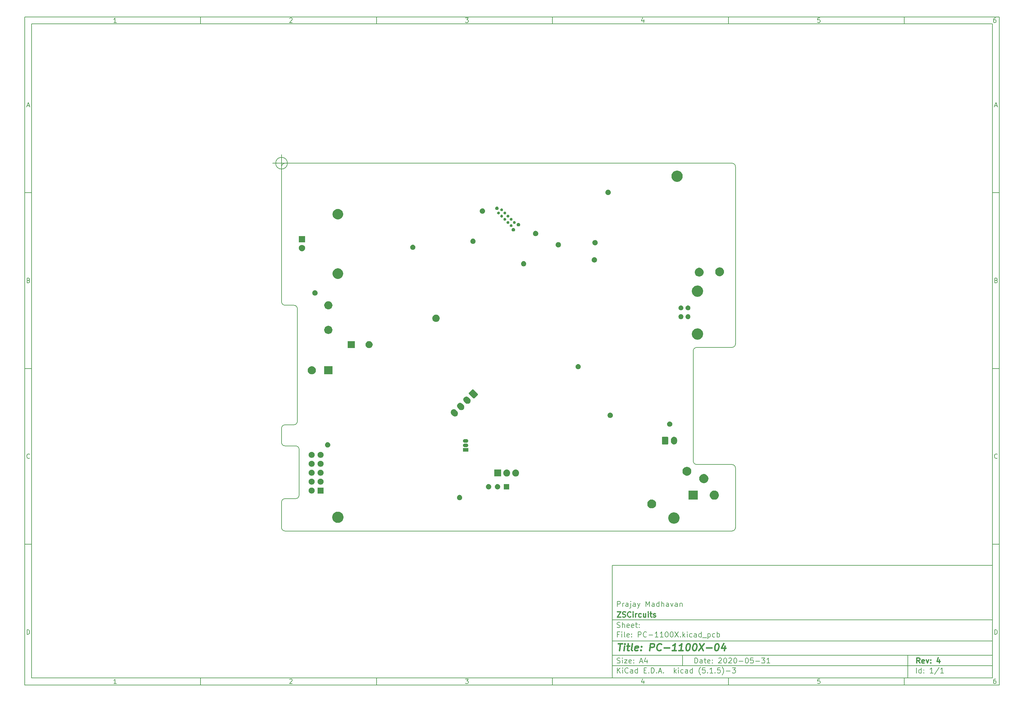
<source format=gbr>
G04 #@! TF.GenerationSoftware,KiCad,Pcbnew,(5.1.5)-3*
G04 #@! TF.CreationDate,2020-12-06T10:31:10+05:30*
G04 #@! TF.ProjectId,PC-1100X,50432d31-3130-4305-982e-6b696361645f,4*
G04 #@! TF.SameCoordinates,Original*
G04 #@! TF.FileFunction,Soldermask,Bot*
G04 #@! TF.FilePolarity,Negative*
%FSLAX46Y46*%
G04 Gerber Fmt 4.6, Leading zero omitted, Abs format (unit mm)*
G04 Created by KiCad (PCBNEW (5.1.5)-3) date 2020-12-06 10:31:10*
%MOMM*%
%LPD*%
G04 APERTURE LIST*
%ADD10C,0.100000*%
%ADD11C,0.150000*%
%ADD12C,0.300000*%
%ADD13C,0.400000*%
G04 #@! TA.AperFunction,Profile*
%ADD14C,0.150000*%
G04 #@! TD*
G04 APERTURE END LIST*
D10*
D11*
X177002200Y-166007200D02*
X177002200Y-198007200D01*
X285002200Y-198007200D01*
X285002200Y-166007200D01*
X177002200Y-166007200D01*
D10*
D11*
X10000000Y-10000000D02*
X10000000Y-200007200D01*
X287002200Y-200007200D01*
X287002200Y-10000000D01*
X10000000Y-10000000D01*
D10*
D11*
X12000000Y-12000000D02*
X12000000Y-198007200D01*
X285002200Y-198007200D01*
X285002200Y-12000000D01*
X12000000Y-12000000D01*
D10*
D11*
X60000000Y-12000000D02*
X60000000Y-10000000D01*
D10*
D11*
X110000000Y-12000000D02*
X110000000Y-10000000D01*
D10*
D11*
X160000000Y-12000000D02*
X160000000Y-10000000D01*
D10*
D11*
X210000000Y-12000000D02*
X210000000Y-10000000D01*
D10*
D11*
X260000000Y-12000000D02*
X260000000Y-10000000D01*
D10*
D11*
X36065476Y-11588095D02*
X35322619Y-11588095D01*
X35694047Y-11588095D02*
X35694047Y-10288095D01*
X35570238Y-10473809D01*
X35446428Y-10597619D01*
X35322619Y-10659523D01*
D10*
D11*
X85322619Y-10411904D02*
X85384523Y-10350000D01*
X85508333Y-10288095D01*
X85817857Y-10288095D01*
X85941666Y-10350000D01*
X86003571Y-10411904D01*
X86065476Y-10535714D01*
X86065476Y-10659523D01*
X86003571Y-10845238D01*
X85260714Y-11588095D01*
X86065476Y-11588095D01*
D10*
D11*
X135260714Y-10288095D02*
X136065476Y-10288095D01*
X135632142Y-10783333D01*
X135817857Y-10783333D01*
X135941666Y-10845238D01*
X136003571Y-10907142D01*
X136065476Y-11030952D01*
X136065476Y-11340476D01*
X136003571Y-11464285D01*
X135941666Y-11526190D01*
X135817857Y-11588095D01*
X135446428Y-11588095D01*
X135322619Y-11526190D01*
X135260714Y-11464285D01*
D10*
D11*
X185941666Y-10721428D02*
X185941666Y-11588095D01*
X185632142Y-10226190D02*
X185322619Y-11154761D01*
X186127380Y-11154761D01*
D10*
D11*
X236003571Y-10288095D02*
X235384523Y-10288095D01*
X235322619Y-10907142D01*
X235384523Y-10845238D01*
X235508333Y-10783333D01*
X235817857Y-10783333D01*
X235941666Y-10845238D01*
X236003571Y-10907142D01*
X236065476Y-11030952D01*
X236065476Y-11340476D01*
X236003571Y-11464285D01*
X235941666Y-11526190D01*
X235817857Y-11588095D01*
X235508333Y-11588095D01*
X235384523Y-11526190D01*
X235322619Y-11464285D01*
D10*
D11*
X285941666Y-10288095D02*
X285694047Y-10288095D01*
X285570238Y-10350000D01*
X285508333Y-10411904D01*
X285384523Y-10597619D01*
X285322619Y-10845238D01*
X285322619Y-11340476D01*
X285384523Y-11464285D01*
X285446428Y-11526190D01*
X285570238Y-11588095D01*
X285817857Y-11588095D01*
X285941666Y-11526190D01*
X286003571Y-11464285D01*
X286065476Y-11340476D01*
X286065476Y-11030952D01*
X286003571Y-10907142D01*
X285941666Y-10845238D01*
X285817857Y-10783333D01*
X285570238Y-10783333D01*
X285446428Y-10845238D01*
X285384523Y-10907142D01*
X285322619Y-11030952D01*
D10*
D11*
X60000000Y-198007200D02*
X60000000Y-200007200D01*
D10*
D11*
X110000000Y-198007200D02*
X110000000Y-200007200D01*
D10*
D11*
X160000000Y-198007200D02*
X160000000Y-200007200D01*
D10*
D11*
X210000000Y-198007200D02*
X210000000Y-200007200D01*
D10*
D11*
X260000000Y-198007200D02*
X260000000Y-200007200D01*
D10*
D11*
X36065476Y-199595295D02*
X35322619Y-199595295D01*
X35694047Y-199595295D02*
X35694047Y-198295295D01*
X35570238Y-198481009D01*
X35446428Y-198604819D01*
X35322619Y-198666723D01*
D10*
D11*
X85322619Y-198419104D02*
X85384523Y-198357200D01*
X85508333Y-198295295D01*
X85817857Y-198295295D01*
X85941666Y-198357200D01*
X86003571Y-198419104D01*
X86065476Y-198542914D01*
X86065476Y-198666723D01*
X86003571Y-198852438D01*
X85260714Y-199595295D01*
X86065476Y-199595295D01*
D10*
D11*
X135260714Y-198295295D02*
X136065476Y-198295295D01*
X135632142Y-198790533D01*
X135817857Y-198790533D01*
X135941666Y-198852438D01*
X136003571Y-198914342D01*
X136065476Y-199038152D01*
X136065476Y-199347676D01*
X136003571Y-199471485D01*
X135941666Y-199533390D01*
X135817857Y-199595295D01*
X135446428Y-199595295D01*
X135322619Y-199533390D01*
X135260714Y-199471485D01*
D10*
D11*
X185941666Y-198728628D02*
X185941666Y-199595295D01*
X185632142Y-198233390D02*
X185322619Y-199161961D01*
X186127380Y-199161961D01*
D10*
D11*
X236003571Y-198295295D02*
X235384523Y-198295295D01*
X235322619Y-198914342D01*
X235384523Y-198852438D01*
X235508333Y-198790533D01*
X235817857Y-198790533D01*
X235941666Y-198852438D01*
X236003571Y-198914342D01*
X236065476Y-199038152D01*
X236065476Y-199347676D01*
X236003571Y-199471485D01*
X235941666Y-199533390D01*
X235817857Y-199595295D01*
X235508333Y-199595295D01*
X235384523Y-199533390D01*
X235322619Y-199471485D01*
D10*
D11*
X285941666Y-198295295D02*
X285694047Y-198295295D01*
X285570238Y-198357200D01*
X285508333Y-198419104D01*
X285384523Y-198604819D01*
X285322619Y-198852438D01*
X285322619Y-199347676D01*
X285384523Y-199471485D01*
X285446428Y-199533390D01*
X285570238Y-199595295D01*
X285817857Y-199595295D01*
X285941666Y-199533390D01*
X286003571Y-199471485D01*
X286065476Y-199347676D01*
X286065476Y-199038152D01*
X286003571Y-198914342D01*
X285941666Y-198852438D01*
X285817857Y-198790533D01*
X285570238Y-198790533D01*
X285446428Y-198852438D01*
X285384523Y-198914342D01*
X285322619Y-199038152D01*
D10*
D11*
X10000000Y-60000000D02*
X12000000Y-60000000D01*
D10*
D11*
X10000000Y-110000000D02*
X12000000Y-110000000D01*
D10*
D11*
X10000000Y-160000000D02*
X12000000Y-160000000D01*
D10*
D11*
X10690476Y-35216666D02*
X11309523Y-35216666D01*
X10566666Y-35588095D02*
X11000000Y-34288095D01*
X11433333Y-35588095D01*
D10*
D11*
X11092857Y-84907142D02*
X11278571Y-84969047D01*
X11340476Y-85030952D01*
X11402380Y-85154761D01*
X11402380Y-85340476D01*
X11340476Y-85464285D01*
X11278571Y-85526190D01*
X11154761Y-85588095D01*
X10659523Y-85588095D01*
X10659523Y-84288095D01*
X11092857Y-84288095D01*
X11216666Y-84350000D01*
X11278571Y-84411904D01*
X11340476Y-84535714D01*
X11340476Y-84659523D01*
X11278571Y-84783333D01*
X11216666Y-84845238D01*
X11092857Y-84907142D01*
X10659523Y-84907142D01*
D10*
D11*
X11402380Y-135464285D02*
X11340476Y-135526190D01*
X11154761Y-135588095D01*
X11030952Y-135588095D01*
X10845238Y-135526190D01*
X10721428Y-135402380D01*
X10659523Y-135278571D01*
X10597619Y-135030952D01*
X10597619Y-134845238D01*
X10659523Y-134597619D01*
X10721428Y-134473809D01*
X10845238Y-134350000D01*
X11030952Y-134288095D01*
X11154761Y-134288095D01*
X11340476Y-134350000D01*
X11402380Y-134411904D01*
D10*
D11*
X10659523Y-185588095D02*
X10659523Y-184288095D01*
X10969047Y-184288095D01*
X11154761Y-184350000D01*
X11278571Y-184473809D01*
X11340476Y-184597619D01*
X11402380Y-184845238D01*
X11402380Y-185030952D01*
X11340476Y-185278571D01*
X11278571Y-185402380D01*
X11154761Y-185526190D01*
X10969047Y-185588095D01*
X10659523Y-185588095D01*
D10*
D11*
X287002200Y-60000000D02*
X285002200Y-60000000D01*
D10*
D11*
X287002200Y-110000000D02*
X285002200Y-110000000D01*
D10*
D11*
X287002200Y-160000000D02*
X285002200Y-160000000D01*
D10*
D11*
X285692676Y-35216666D02*
X286311723Y-35216666D01*
X285568866Y-35588095D02*
X286002200Y-34288095D01*
X286435533Y-35588095D01*
D10*
D11*
X286095057Y-84907142D02*
X286280771Y-84969047D01*
X286342676Y-85030952D01*
X286404580Y-85154761D01*
X286404580Y-85340476D01*
X286342676Y-85464285D01*
X286280771Y-85526190D01*
X286156961Y-85588095D01*
X285661723Y-85588095D01*
X285661723Y-84288095D01*
X286095057Y-84288095D01*
X286218866Y-84350000D01*
X286280771Y-84411904D01*
X286342676Y-84535714D01*
X286342676Y-84659523D01*
X286280771Y-84783333D01*
X286218866Y-84845238D01*
X286095057Y-84907142D01*
X285661723Y-84907142D01*
D10*
D11*
X286404580Y-135464285D02*
X286342676Y-135526190D01*
X286156961Y-135588095D01*
X286033152Y-135588095D01*
X285847438Y-135526190D01*
X285723628Y-135402380D01*
X285661723Y-135278571D01*
X285599819Y-135030952D01*
X285599819Y-134845238D01*
X285661723Y-134597619D01*
X285723628Y-134473809D01*
X285847438Y-134350000D01*
X286033152Y-134288095D01*
X286156961Y-134288095D01*
X286342676Y-134350000D01*
X286404580Y-134411904D01*
D10*
D11*
X285661723Y-185588095D02*
X285661723Y-184288095D01*
X285971247Y-184288095D01*
X286156961Y-184350000D01*
X286280771Y-184473809D01*
X286342676Y-184597619D01*
X286404580Y-184845238D01*
X286404580Y-185030952D01*
X286342676Y-185278571D01*
X286280771Y-185402380D01*
X286156961Y-185526190D01*
X285971247Y-185588095D01*
X285661723Y-185588095D01*
D10*
D11*
X200434342Y-193785771D02*
X200434342Y-192285771D01*
X200791485Y-192285771D01*
X201005771Y-192357200D01*
X201148628Y-192500057D01*
X201220057Y-192642914D01*
X201291485Y-192928628D01*
X201291485Y-193142914D01*
X201220057Y-193428628D01*
X201148628Y-193571485D01*
X201005771Y-193714342D01*
X200791485Y-193785771D01*
X200434342Y-193785771D01*
X202577200Y-193785771D02*
X202577200Y-193000057D01*
X202505771Y-192857200D01*
X202362914Y-192785771D01*
X202077200Y-192785771D01*
X201934342Y-192857200D01*
X202577200Y-193714342D02*
X202434342Y-193785771D01*
X202077200Y-193785771D01*
X201934342Y-193714342D01*
X201862914Y-193571485D01*
X201862914Y-193428628D01*
X201934342Y-193285771D01*
X202077200Y-193214342D01*
X202434342Y-193214342D01*
X202577200Y-193142914D01*
X203077200Y-192785771D02*
X203648628Y-192785771D01*
X203291485Y-192285771D02*
X203291485Y-193571485D01*
X203362914Y-193714342D01*
X203505771Y-193785771D01*
X203648628Y-193785771D01*
X204720057Y-193714342D02*
X204577200Y-193785771D01*
X204291485Y-193785771D01*
X204148628Y-193714342D01*
X204077200Y-193571485D01*
X204077200Y-193000057D01*
X204148628Y-192857200D01*
X204291485Y-192785771D01*
X204577200Y-192785771D01*
X204720057Y-192857200D01*
X204791485Y-193000057D01*
X204791485Y-193142914D01*
X204077200Y-193285771D01*
X205434342Y-193642914D02*
X205505771Y-193714342D01*
X205434342Y-193785771D01*
X205362914Y-193714342D01*
X205434342Y-193642914D01*
X205434342Y-193785771D01*
X205434342Y-192857200D02*
X205505771Y-192928628D01*
X205434342Y-193000057D01*
X205362914Y-192928628D01*
X205434342Y-192857200D01*
X205434342Y-193000057D01*
X207220057Y-192428628D02*
X207291485Y-192357200D01*
X207434342Y-192285771D01*
X207791485Y-192285771D01*
X207934342Y-192357200D01*
X208005771Y-192428628D01*
X208077200Y-192571485D01*
X208077200Y-192714342D01*
X208005771Y-192928628D01*
X207148628Y-193785771D01*
X208077200Y-193785771D01*
X209005771Y-192285771D02*
X209148628Y-192285771D01*
X209291485Y-192357200D01*
X209362914Y-192428628D01*
X209434342Y-192571485D01*
X209505771Y-192857200D01*
X209505771Y-193214342D01*
X209434342Y-193500057D01*
X209362914Y-193642914D01*
X209291485Y-193714342D01*
X209148628Y-193785771D01*
X209005771Y-193785771D01*
X208862914Y-193714342D01*
X208791485Y-193642914D01*
X208720057Y-193500057D01*
X208648628Y-193214342D01*
X208648628Y-192857200D01*
X208720057Y-192571485D01*
X208791485Y-192428628D01*
X208862914Y-192357200D01*
X209005771Y-192285771D01*
X210077200Y-192428628D02*
X210148628Y-192357200D01*
X210291485Y-192285771D01*
X210648628Y-192285771D01*
X210791485Y-192357200D01*
X210862914Y-192428628D01*
X210934342Y-192571485D01*
X210934342Y-192714342D01*
X210862914Y-192928628D01*
X210005771Y-193785771D01*
X210934342Y-193785771D01*
X211862914Y-192285771D02*
X212005771Y-192285771D01*
X212148628Y-192357200D01*
X212220057Y-192428628D01*
X212291485Y-192571485D01*
X212362914Y-192857200D01*
X212362914Y-193214342D01*
X212291485Y-193500057D01*
X212220057Y-193642914D01*
X212148628Y-193714342D01*
X212005771Y-193785771D01*
X211862914Y-193785771D01*
X211720057Y-193714342D01*
X211648628Y-193642914D01*
X211577200Y-193500057D01*
X211505771Y-193214342D01*
X211505771Y-192857200D01*
X211577200Y-192571485D01*
X211648628Y-192428628D01*
X211720057Y-192357200D01*
X211862914Y-192285771D01*
X213005771Y-193214342D02*
X214148628Y-193214342D01*
X215148628Y-192285771D02*
X215291485Y-192285771D01*
X215434342Y-192357200D01*
X215505771Y-192428628D01*
X215577200Y-192571485D01*
X215648628Y-192857200D01*
X215648628Y-193214342D01*
X215577200Y-193500057D01*
X215505771Y-193642914D01*
X215434342Y-193714342D01*
X215291485Y-193785771D01*
X215148628Y-193785771D01*
X215005771Y-193714342D01*
X214934342Y-193642914D01*
X214862914Y-193500057D01*
X214791485Y-193214342D01*
X214791485Y-192857200D01*
X214862914Y-192571485D01*
X214934342Y-192428628D01*
X215005771Y-192357200D01*
X215148628Y-192285771D01*
X217005771Y-192285771D02*
X216291485Y-192285771D01*
X216220057Y-193000057D01*
X216291485Y-192928628D01*
X216434342Y-192857200D01*
X216791485Y-192857200D01*
X216934342Y-192928628D01*
X217005771Y-193000057D01*
X217077200Y-193142914D01*
X217077200Y-193500057D01*
X217005771Y-193642914D01*
X216934342Y-193714342D01*
X216791485Y-193785771D01*
X216434342Y-193785771D01*
X216291485Y-193714342D01*
X216220057Y-193642914D01*
X217720057Y-193214342D02*
X218862914Y-193214342D01*
X219434342Y-192285771D02*
X220362914Y-192285771D01*
X219862914Y-192857200D01*
X220077200Y-192857200D01*
X220220057Y-192928628D01*
X220291485Y-193000057D01*
X220362914Y-193142914D01*
X220362914Y-193500057D01*
X220291485Y-193642914D01*
X220220057Y-193714342D01*
X220077200Y-193785771D01*
X219648628Y-193785771D01*
X219505771Y-193714342D01*
X219434342Y-193642914D01*
X221791485Y-193785771D02*
X220934342Y-193785771D01*
X221362914Y-193785771D02*
X221362914Y-192285771D01*
X221220057Y-192500057D01*
X221077200Y-192642914D01*
X220934342Y-192714342D01*
D10*
D11*
X177002200Y-194507200D02*
X285002200Y-194507200D01*
D10*
D11*
X178434342Y-196585771D02*
X178434342Y-195085771D01*
X179291485Y-196585771D02*
X178648628Y-195728628D01*
X179291485Y-195085771D02*
X178434342Y-195942914D01*
X179934342Y-196585771D02*
X179934342Y-195585771D01*
X179934342Y-195085771D02*
X179862914Y-195157200D01*
X179934342Y-195228628D01*
X180005771Y-195157200D01*
X179934342Y-195085771D01*
X179934342Y-195228628D01*
X181505771Y-196442914D02*
X181434342Y-196514342D01*
X181220057Y-196585771D01*
X181077200Y-196585771D01*
X180862914Y-196514342D01*
X180720057Y-196371485D01*
X180648628Y-196228628D01*
X180577200Y-195942914D01*
X180577200Y-195728628D01*
X180648628Y-195442914D01*
X180720057Y-195300057D01*
X180862914Y-195157200D01*
X181077200Y-195085771D01*
X181220057Y-195085771D01*
X181434342Y-195157200D01*
X181505771Y-195228628D01*
X182791485Y-196585771D02*
X182791485Y-195800057D01*
X182720057Y-195657200D01*
X182577200Y-195585771D01*
X182291485Y-195585771D01*
X182148628Y-195657200D01*
X182791485Y-196514342D02*
X182648628Y-196585771D01*
X182291485Y-196585771D01*
X182148628Y-196514342D01*
X182077200Y-196371485D01*
X182077200Y-196228628D01*
X182148628Y-196085771D01*
X182291485Y-196014342D01*
X182648628Y-196014342D01*
X182791485Y-195942914D01*
X184148628Y-196585771D02*
X184148628Y-195085771D01*
X184148628Y-196514342D02*
X184005771Y-196585771D01*
X183720057Y-196585771D01*
X183577200Y-196514342D01*
X183505771Y-196442914D01*
X183434342Y-196300057D01*
X183434342Y-195871485D01*
X183505771Y-195728628D01*
X183577200Y-195657200D01*
X183720057Y-195585771D01*
X184005771Y-195585771D01*
X184148628Y-195657200D01*
X186005771Y-195800057D02*
X186505771Y-195800057D01*
X186720057Y-196585771D02*
X186005771Y-196585771D01*
X186005771Y-195085771D01*
X186720057Y-195085771D01*
X187362914Y-196442914D02*
X187434342Y-196514342D01*
X187362914Y-196585771D01*
X187291485Y-196514342D01*
X187362914Y-196442914D01*
X187362914Y-196585771D01*
X188077200Y-196585771D02*
X188077200Y-195085771D01*
X188434342Y-195085771D01*
X188648628Y-195157200D01*
X188791485Y-195300057D01*
X188862914Y-195442914D01*
X188934342Y-195728628D01*
X188934342Y-195942914D01*
X188862914Y-196228628D01*
X188791485Y-196371485D01*
X188648628Y-196514342D01*
X188434342Y-196585771D01*
X188077200Y-196585771D01*
X189577200Y-196442914D02*
X189648628Y-196514342D01*
X189577200Y-196585771D01*
X189505771Y-196514342D01*
X189577200Y-196442914D01*
X189577200Y-196585771D01*
X190220057Y-196157200D02*
X190934342Y-196157200D01*
X190077200Y-196585771D02*
X190577200Y-195085771D01*
X191077200Y-196585771D01*
X191577200Y-196442914D02*
X191648628Y-196514342D01*
X191577200Y-196585771D01*
X191505771Y-196514342D01*
X191577200Y-196442914D01*
X191577200Y-196585771D01*
X194577200Y-196585771D02*
X194577200Y-195085771D01*
X194720057Y-196014342D02*
X195148628Y-196585771D01*
X195148628Y-195585771D02*
X194577200Y-196157200D01*
X195791485Y-196585771D02*
X195791485Y-195585771D01*
X195791485Y-195085771D02*
X195720057Y-195157200D01*
X195791485Y-195228628D01*
X195862914Y-195157200D01*
X195791485Y-195085771D01*
X195791485Y-195228628D01*
X197148628Y-196514342D02*
X197005771Y-196585771D01*
X196720057Y-196585771D01*
X196577200Y-196514342D01*
X196505771Y-196442914D01*
X196434342Y-196300057D01*
X196434342Y-195871485D01*
X196505771Y-195728628D01*
X196577200Y-195657200D01*
X196720057Y-195585771D01*
X197005771Y-195585771D01*
X197148628Y-195657200D01*
X198434342Y-196585771D02*
X198434342Y-195800057D01*
X198362914Y-195657200D01*
X198220057Y-195585771D01*
X197934342Y-195585771D01*
X197791485Y-195657200D01*
X198434342Y-196514342D02*
X198291485Y-196585771D01*
X197934342Y-196585771D01*
X197791485Y-196514342D01*
X197720057Y-196371485D01*
X197720057Y-196228628D01*
X197791485Y-196085771D01*
X197934342Y-196014342D01*
X198291485Y-196014342D01*
X198434342Y-195942914D01*
X199791485Y-196585771D02*
X199791485Y-195085771D01*
X199791485Y-196514342D02*
X199648628Y-196585771D01*
X199362914Y-196585771D01*
X199220057Y-196514342D01*
X199148628Y-196442914D01*
X199077200Y-196300057D01*
X199077200Y-195871485D01*
X199148628Y-195728628D01*
X199220057Y-195657200D01*
X199362914Y-195585771D01*
X199648628Y-195585771D01*
X199791485Y-195657200D01*
X202077200Y-197157200D02*
X202005771Y-197085771D01*
X201862914Y-196871485D01*
X201791485Y-196728628D01*
X201720057Y-196514342D01*
X201648628Y-196157200D01*
X201648628Y-195871485D01*
X201720057Y-195514342D01*
X201791485Y-195300057D01*
X201862914Y-195157200D01*
X202005771Y-194942914D01*
X202077200Y-194871485D01*
X203362914Y-195085771D02*
X202648628Y-195085771D01*
X202577200Y-195800057D01*
X202648628Y-195728628D01*
X202791485Y-195657200D01*
X203148628Y-195657200D01*
X203291485Y-195728628D01*
X203362914Y-195800057D01*
X203434342Y-195942914D01*
X203434342Y-196300057D01*
X203362914Y-196442914D01*
X203291485Y-196514342D01*
X203148628Y-196585771D01*
X202791485Y-196585771D01*
X202648628Y-196514342D01*
X202577200Y-196442914D01*
X204077200Y-196442914D02*
X204148628Y-196514342D01*
X204077200Y-196585771D01*
X204005771Y-196514342D01*
X204077200Y-196442914D01*
X204077200Y-196585771D01*
X205577200Y-196585771D02*
X204720057Y-196585771D01*
X205148628Y-196585771D02*
X205148628Y-195085771D01*
X205005771Y-195300057D01*
X204862914Y-195442914D01*
X204720057Y-195514342D01*
X206220057Y-196442914D02*
X206291485Y-196514342D01*
X206220057Y-196585771D01*
X206148628Y-196514342D01*
X206220057Y-196442914D01*
X206220057Y-196585771D01*
X207648628Y-195085771D02*
X206934342Y-195085771D01*
X206862914Y-195800057D01*
X206934342Y-195728628D01*
X207077200Y-195657200D01*
X207434342Y-195657200D01*
X207577200Y-195728628D01*
X207648628Y-195800057D01*
X207720057Y-195942914D01*
X207720057Y-196300057D01*
X207648628Y-196442914D01*
X207577200Y-196514342D01*
X207434342Y-196585771D01*
X207077200Y-196585771D01*
X206934342Y-196514342D01*
X206862914Y-196442914D01*
X208220057Y-197157200D02*
X208291485Y-197085771D01*
X208434342Y-196871485D01*
X208505771Y-196728628D01*
X208577200Y-196514342D01*
X208648628Y-196157200D01*
X208648628Y-195871485D01*
X208577200Y-195514342D01*
X208505771Y-195300057D01*
X208434342Y-195157200D01*
X208291485Y-194942914D01*
X208220057Y-194871485D01*
X209362914Y-196014342D02*
X210505771Y-196014342D01*
X211077200Y-195085771D02*
X212005771Y-195085771D01*
X211505771Y-195657200D01*
X211720057Y-195657200D01*
X211862914Y-195728628D01*
X211934342Y-195800057D01*
X212005771Y-195942914D01*
X212005771Y-196300057D01*
X211934342Y-196442914D01*
X211862914Y-196514342D01*
X211720057Y-196585771D01*
X211291485Y-196585771D01*
X211148628Y-196514342D01*
X211077200Y-196442914D01*
D10*
D11*
X177002200Y-191507200D02*
X285002200Y-191507200D01*
D10*
D12*
X264411485Y-193785771D02*
X263911485Y-193071485D01*
X263554342Y-193785771D02*
X263554342Y-192285771D01*
X264125771Y-192285771D01*
X264268628Y-192357200D01*
X264340057Y-192428628D01*
X264411485Y-192571485D01*
X264411485Y-192785771D01*
X264340057Y-192928628D01*
X264268628Y-193000057D01*
X264125771Y-193071485D01*
X263554342Y-193071485D01*
X265625771Y-193714342D02*
X265482914Y-193785771D01*
X265197200Y-193785771D01*
X265054342Y-193714342D01*
X264982914Y-193571485D01*
X264982914Y-193000057D01*
X265054342Y-192857200D01*
X265197200Y-192785771D01*
X265482914Y-192785771D01*
X265625771Y-192857200D01*
X265697200Y-193000057D01*
X265697200Y-193142914D01*
X264982914Y-193285771D01*
X266197200Y-192785771D02*
X266554342Y-193785771D01*
X266911485Y-192785771D01*
X267482914Y-193642914D02*
X267554342Y-193714342D01*
X267482914Y-193785771D01*
X267411485Y-193714342D01*
X267482914Y-193642914D01*
X267482914Y-193785771D01*
X267482914Y-192857200D02*
X267554342Y-192928628D01*
X267482914Y-193000057D01*
X267411485Y-192928628D01*
X267482914Y-192857200D01*
X267482914Y-193000057D01*
X269982914Y-192785771D02*
X269982914Y-193785771D01*
X269625771Y-192214342D02*
X269268628Y-193285771D01*
X270197200Y-193285771D01*
D10*
D11*
X178362914Y-193714342D02*
X178577200Y-193785771D01*
X178934342Y-193785771D01*
X179077200Y-193714342D01*
X179148628Y-193642914D01*
X179220057Y-193500057D01*
X179220057Y-193357200D01*
X179148628Y-193214342D01*
X179077200Y-193142914D01*
X178934342Y-193071485D01*
X178648628Y-193000057D01*
X178505771Y-192928628D01*
X178434342Y-192857200D01*
X178362914Y-192714342D01*
X178362914Y-192571485D01*
X178434342Y-192428628D01*
X178505771Y-192357200D01*
X178648628Y-192285771D01*
X179005771Y-192285771D01*
X179220057Y-192357200D01*
X179862914Y-193785771D02*
X179862914Y-192785771D01*
X179862914Y-192285771D02*
X179791485Y-192357200D01*
X179862914Y-192428628D01*
X179934342Y-192357200D01*
X179862914Y-192285771D01*
X179862914Y-192428628D01*
X180434342Y-192785771D02*
X181220057Y-192785771D01*
X180434342Y-193785771D01*
X181220057Y-193785771D01*
X182362914Y-193714342D02*
X182220057Y-193785771D01*
X181934342Y-193785771D01*
X181791485Y-193714342D01*
X181720057Y-193571485D01*
X181720057Y-193000057D01*
X181791485Y-192857200D01*
X181934342Y-192785771D01*
X182220057Y-192785771D01*
X182362914Y-192857200D01*
X182434342Y-193000057D01*
X182434342Y-193142914D01*
X181720057Y-193285771D01*
X183077200Y-193642914D02*
X183148628Y-193714342D01*
X183077200Y-193785771D01*
X183005771Y-193714342D01*
X183077200Y-193642914D01*
X183077200Y-193785771D01*
X183077200Y-192857200D02*
X183148628Y-192928628D01*
X183077200Y-193000057D01*
X183005771Y-192928628D01*
X183077200Y-192857200D01*
X183077200Y-193000057D01*
X184862914Y-193357200D02*
X185577200Y-193357200D01*
X184720057Y-193785771D02*
X185220057Y-192285771D01*
X185720057Y-193785771D01*
X186862914Y-192785771D02*
X186862914Y-193785771D01*
X186505771Y-192214342D02*
X186148628Y-193285771D01*
X187077200Y-193285771D01*
D10*
D11*
X263434342Y-196585771D02*
X263434342Y-195085771D01*
X264791485Y-196585771D02*
X264791485Y-195085771D01*
X264791485Y-196514342D02*
X264648628Y-196585771D01*
X264362914Y-196585771D01*
X264220057Y-196514342D01*
X264148628Y-196442914D01*
X264077200Y-196300057D01*
X264077200Y-195871485D01*
X264148628Y-195728628D01*
X264220057Y-195657200D01*
X264362914Y-195585771D01*
X264648628Y-195585771D01*
X264791485Y-195657200D01*
X265505771Y-196442914D02*
X265577200Y-196514342D01*
X265505771Y-196585771D01*
X265434342Y-196514342D01*
X265505771Y-196442914D01*
X265505771Y-196585771D01*
X265505771Y-195657200D02*
X265577200Y-195728628D01*
X265505771Y-195800057D01*
X265434342Y-195728628D01*
X265505771Y-195657200D01*
X265505771Y-195800057D01*
X268148628Y-196585771D02*
X267291485Y-196585771D01*
X267720057Y-196585771D02*
X267720057Y-195085771D01*
X267577200Y-195300057D01*
X267434342Y-195442914D01*
X267291485Y-195514342D01*
X269862914Y-195014342D02*
X268577200Y-196942914D01*
X271148628Y-196585771D02*
X270291485Y-196585771D01*
X270720057Y-196585771D02*
X270720057Y-195085771D01*
X270577200Y-195300057D01*
X270434342Y-195442914D01*
X270291485Y-195514342D01*
D10*
D11*
X177002200Y-187507200D02*
X285002200Y-187507200D01*
D10*
D13*
X178714580Y-188211961D02*
X179857438Y-188211961D01*
X179036009Y-190211961D02*
X179286009Y-188211961D01*
X180274104Y-190211961D02*
X180440771Y-188878628D01*
X180524104Y-188211961D02*
X180416961Y-188307200D01*
X180500295Y-188402438D01*
X180607438Y-188307200D01*
X180524104Y-188211961D01*
X180500295Y-188402438D01*
X181107438Y-188878628D02*
X181869342Y-188878628D01*
X181476485Y-188211961D02*
X181262200Y-189926247D01*
X181333628Y-190116723D01*
X181512200Y-190211961D01*
X181702676Y-190211961D01*
X182655057Y-190211961D02*
X182476485Y-190116723D01*
X182405057Y-189926247D01*
X182619342Y-188211961D01*
X184190771Y-190116723D02*
X183988390Y-190211961D01*
X183607438Y-190211961D01*
X183428866Y-190116723D01*
X183357438Y-189926247D01*
X183452676Y-189164342D01*
X183571723Y-188973866D01*
X183774104Y-188878628D01*
X184155057Y-188878628D01*
X184333628Y-188973866D01*
X184405057Y-189164342D01*
X184381247Y-189354819D01*
X183405057Y-189545295D01*
X185155057Y-190021485D02*
X185238390Y-190116723D01*
X185131247Y-190211961D01*
X185047914Y-190116723D01*
X185155057Y-190021485D01*
X185131247Y-190211961D01*
X185286009Y-188973866D02*
X185369342Y-189069104D01*
X185262200Y-189164342D01*
X185178866Y-189069104D01*
X185286009Y-188973866D01*
X185262200Y-189164342D01*
X187607438Y-190211961D02*
X187857438Y-188211961D01*
X188619342Y-188211961D01*
X188797914Y-188307200D01*
X188881247Y-188402438D01*
X188952676Y-188592914D01*
X188916961Y-188878628D01*
X188797914Y-189069104D01*
X188690771Y-189164342D01*
X188488390Y-189259580D01*
X187726485Y-189259580D01*
X190774104Y-190021485D02*
X190666961Y-190116723D01*
X190369342Y-190211961D01*
X190178866Y-190211961D01*
X189905057Y-190116723D01*
X189738390Y-189926247D01*
X189666961Y-189735771D01*
X189619342Y-189354819D01*
X189655057Y-189069104D01*
X189797914Y-188688152D01*
X189916961Y-188497676D01*
X190131247Y-188307200D01*
X190428866Y-188211961D01*
X190619342Y-188211961D01*
X190893152Y-188307200D01*
X190976485Y-188402438D01*
X191702676Y-189450057D02*
X193226485Y-189450057D01*
X195131247Y-190211961D02*
X193988390Y-190211961D01*
X194559819Y-190211961D02*
X194809819Y-188211961D01*
X194583628Y-188497676D01*
X194369342Y-188688152D01*
X194166961Y-188783390D01*
X197036009Y-190211961D02*
X195893152Y-190211961D01*
X196464580Y-190211961D02*
X196714580Y-188211961D01*
X196488390Y-188497676D01*
X196274104Y-188688152D01*
X196071723Y-188783390D01*
X198524104Y-188211961D02*
X198714580Y-188211961D01*
X198893152Y-188307200D01*
X198976485Y-188402438D01*
X199047914Y-188592914D01*
X199095533Y-188973866D01*
X199036009Y-189450057D01*
X198893152Y-189831009D01*
X198774104Y-190021485D01*
X198666961Y-190116723D01*
X198464580Y-190211961D01*
X198274104Y-190211961D01*
X198095533Y-190116723D01*
X198012200Y-190021485D01*
X197940771Y-189831009D01*
X197893152Y-189450057D01*
X197952676Y-188973866D01*
X198095533Y-188592914D01*
X198214580Y-188402438D01*
X198321723Y-188307200D01*
X198524104Y-188211961D01*
X200428866Y-188211961D02*
X200619342Y-188211961D01*
X200797914Y-188307200D01*
X200881247Y-188402438D01*
X200952676Y-188592914D01*
X201000295Y-188973866D01*
X200940771Y-189450057D01*
X200797914Y-189831009D01*
X200678866Y-190021485D01*
X200571723Y-190116723D01*
X200369342Y-190211961D01*
X200178866Y-190211961D01*
X200000295Y-190116723D01*
X199916961Y-190021485D01*
X199845533Y-189831009D01*
X199797914Y-189450057D01*
X199857438Y-188973866D01*
X200000295Y-188592914D01*
X200119342Y-188402438D01*
X200226485Y-188307200D01*
X200428866Y-188211961D01*
X201762200Y-188211961D02*
X202845533Y-190211961D01*
X203095533Y-188211961D02*
X201512200Y-190211961D01*
X203702676Y-189450057D02*
X205226485Y-189450057D01*
X206714580Y-188211961D02*
X206905057Y-188211961D01*
X207083628Y-188307200D01*
X207166961Y-188402438D01*
X207238390Y-188592914D01*
X207286009Y-188973866D01*
X207226485Y-189450057D01*
X207083628Y-189831009D01*
X206964580Y-190021485D01*
X206857438Y-190116723D01*
X206655057Y-190211961D01*
X206464580Y-190211961D01*
X206286009Y-190116723D01*
X206202676Y-190021485D01*
X206131247Y-189831009D01*
X206083628Y-189450057D01*
X206143152Y-188973866D01*
X206286009Y-188592914D01*
X206405057Y-188402438D01*
X206512200Y-188307200D01*
X206714580Y-188211961D01*
X209012200Y-188878628D02*
X208845533Y-190211961D01*
X208631247Y-188116723D02*
X207976485Y-189545295D01*
X209214580Y-189545295D01*
D10*
D11*
X178934342Y-185600057D02*
X178434342Y-185600057D01*
X178434342Y-186385771D02*
X178434342Y-184885771D01*
X179148628Y-184885771D01*
X179720057Y-186385771D02*
X179720057Y-185385771D01*
X179720057Y-184885771D02*
X179648628Y-184957200D01*
X179720057Y-185028628D01*
X179791485Y-184957200D01*
X179720057Y-184885771D01*
X179720057Y-185028628D01*
X180648628Y-186385771D02*
X180505771Y-186314342D01*
X180434342Y-186171485D01*
X180434342Y-184885771D01*
X181791485Y-186314342D02*
X181648628Y-186385771D01*
X181362914Y-186385771D01*
X181220057Y-186314342D01*
X181148628Y-186171485D01*
X181148628Y-185600057D01*
X181220057Y-185457200D01*
X181362914Y-185385771D01*
X181648628Y-185385771D01*
X181791485Y-185457200D01*
X181862914Y-185600057D01*
X181862914Y-185742914D01*
X181148628Y-185885771D01*
X182505771Y-186242914D02*
X182577200Y-186314342D01*
X182505771Y-186385771D01*
X182434342Y-186314342D01*
X182505771Y-186242914D01*
X182505771Y-186385771D01*
X182505771Y-185457200D02*
X182577200Y-185528628D01*
X182505771Y-185600057D01*
X182434342Y-185528628D01*
X182505771Y-185457200D01*
X182505771Y-185600057D01*
X184362914Y-186385771D02*
X184362914Y-184885771D01*
X184934342Y-184885771D01*
X185077200Y-184957200D01*
X185148628Y-185028628D01*
X185220057Y-185171485D01*
X185220057Y-185385771D01*
X185148628Y-185528628D01*
X185077200Y-185600057D01*
X184934342Y-185671485D01*
X184362914Y-185671485D01*
X186720057Y-186242914D02*
X186648628Y-186314342D01*
X186434342Y-186385771D01*
X186291485Y-186385771D01*
X186077200Y-186314342D01*
X185934342Y-186171485D01*
X185862914Y-186028628D01*
X185791485Y-185742914D01*
X185791485Y-185528628D01*
X185862914Y-185242914D01*
X185934342Y-185100057D01*
X186077200Y-184957200D01*
X186291485Y-184885771D01*
X186434342Y-184885771D01*
X186648628Y-184957200D01*
X186720057Y-185028628D01*
X187362914Y-185814342D02*
X188505771Y-185814342D01*
X190005771Y-186385771D02*
X189148628Y-186385771D01*
X189577200Y-186385771D02*
X189577200Y-184885771D01*
X189434342Y-185100057D01*
X189291485Y-185242914D01*
X189148628Y-185314342D01*
X191434342Y-186385771D02*
X190577200Y-186385771D01*
X191005771Y-186385771D02*
X191005771Y-184885771D01*
X190862914Y-185100057D01*
X190720057Y-185242914D01*
X190577200Y-185314342D01*
X192362914Y-184885771D02*
X192505771Y-184885771D01*
X192648628Y-184957200D01*
X192720057Y-185028628D01*
X192791485Y-185171485D01*
X192862914Y-185457200D01*
X192862914Y-185814342D01*
X192791485Y-186100057D01*
X192720057Y-186242914D01*
X192648628Y-186314342D01*
X192505771Y-186385771D01*
X192362914Y-186385771D01*
X192220057Y-186314342D01*
X192148628Y-186242914D01*
X192077200Y-186100057D01*
X192005771Y-185814342D01*
X192005771Y-185457200D01*
X192077200Y-185171485D01*
X192148628Y-185028628D01*
X192220057Y-184957200D01*
X192362914Y-184885771D01*
X193791485Y-184885771D02*
X193934342Y-184885771D01*
X194077200Y-184957200D01*
X194148628Y-185028628D01*
X194220057Y-185171485D01*
X194291485Y-185457200D01*
X194291485Y-185814342D01*
X194220057Y-186100057D01*
X194148628Y-186242914D01*
X194077200Y-186314342D01*
X193934342Y-186385771D01*
X193791485Y-186385771D01*
X193648628Y-186314342D01*
X193577200Y-186242914D01*
X193505771Y-186100057D01*
X193434342Y-185814342D01*
X193434342Y-185457200D01*
X193505771Y-185171485D01*
X193577200Y-185028628D01*
X193648628Y-184957200D01*
X193791485Y-184885771D01*
X194791485Y-184885771D02*
X195791485Y-186385771D01*
X195791485Y-184885771D02*
X194791485Y-186385771D01*
X196362914Y-186242914D02*
X196434342Y-186314342D01*
X196362914Y-186385771D01*
X196291485Y-186314342D01*
X196362914Y-186242914D01*
X196362914Y-186385771D01*
X197077200Y-186385771D02*
X197077200Y-184885771D01*
X197220057Y-185814342D02*
X197648628Y-186385771D01*
X197648628Y-185385771D02*
X197077200Y-185957200D01*
X198291485Y-186385771D02*
X198291485Y-185385771D01*
X198291485Y-184885771D02*
X198220057Y-184957200D01*
X198291485Y-185028628D01*
X198362914Y-184957200D01*
X198291485Y-184885771D01*
X198291485Y-185028628D01*
X199648628Y-186314342D02*
X199505771Y-186385771D01*
X199220057Y-186385771D01*
X199077200Y-186314342D01*
X199005771Y-186242914D01*
X198934342Y-186100057D01*
X198934342Y-185671485D01*
X199005771Y-185528628D01*
X199077200Y-185457200D01*
X199220057Y-185385771D01*
X199505771Y-185385771D01*
X199648628Y-185457200D01*
X200934342Y-186385771D02*
X200934342Y-185600057D01*
X200862914Y-185457200D01*
X200720057Y-185385771D01*
X200434342Y-185385771D01*
X200291485Y-185457200D01*
X200934342Y-186314342D02*
X200791485Y-186385771D01*
X200434342Y-186385771D01*
X200291485Y-186314342D01*
X200220057Y-186171485D01*
X200220057Y-186028628D01*
X200291485Y-185885771D01*
X200434342Y-185814342D01*
X200791485Y-185814342D01*
X200934342Y-185742914D01*
X202291485Y-186385771D02*
X202291485Y-184885771D01*
X202291485Y-186314342D02*
X202148628Y-186385771D01*
X201862914Y-186385771D01*
X201720057Y-186314342D01*
X201648628Y-186242914D01*
X201577200Y-186100057D01*
X201577200Y-185671485D01*
X201648628Y-185528628D01*
X201720057Y-185457200D01*
X201862914Y-185385771D01*
X202148628Y-185385771D01*
X202291485Y-185457200D01*
X202648628Y-186528628D02*
X203791485Y-186528628D01*
X204148628Y-185385771D02*
X204148628Y-186885771D01*
X204148628Y-185457200D02*
X204291485Y-185385771D01*
X204577200Y-185385771D01*
X204720057Y-185457200D01*
X204791485Y-185528628D01*
X204862914Y-185671485D01*
X204862914Y-186100057D01*
X204791485Y-186242914D01*
X204720057Y-186314342D01*
X204577200Y-186385771D01*
X204291485Y-186385771D01*
X204148628Y-186314342D01*
X206148628Y-186314342D02*
X206005771Y-186385771D01*
X205720057Y-186385771D01*
X205577200Y-186314342D01*
X205505771Y-186242914D01*
X205434342Y-186100057D01*
X205434342Y-185671485D01*
X205505771Y-185528628D01*
X205577200Y-185457200D01*
X205720057Y-185385771D01*
X206005771Y-185385771D01*
X206148628Y-185457200D01*
X206791485Y-186385771D02*
X206791485Y-184885771D01*
X206791485Y-185457200D02*
X206934342Y-185385771D01*
X207220057Y-185385771D01*
X207362914Y-185457200D01*
X207434342Y-185528628D01*
X207505771Y-185671485D01*
X207505771Y-186100057D01*
X207434342Y-186242914D01*
X207362914Y-186314342D01*
X207220057Y-186385771D01*
X206934342Y-186385771D01*
X206791485Y-186314342D01*
D10*
D11*
X177002200Y-181507200D02*
X285002200Y-181507200D01*
D10*
D11*
X178362914Y-183614342D02*
X178577200Y-183685771D01*
X178934342Y-183685771D01*
X179077200Y-183614342D01*
X179148628Y-183542914D01*
X179220057Y-183400057D01*
X179220057Y-183257200D01*
X179148628Y-183114342D01*
X179077200Y-183042914D01*
X178934342Y-182971485D01*
X178648628Y-182900057D01*
X178505771Y-182828628D01*
X178434342Y-182757200D01*
X178362914Y-182614342D01*
X178362914Y-182471485D01*
X178434342Y-182328628D01*
X178505771Y-182257200D01*
X178648628Y-182185771D01*
X179005771Y-182185771D01*
X179220057Y-182257200D01*
X179862914Y-183685771D02*
X179862914Y-182185771D01*
X180505771Y-183685771D02*
X180505771Y-182900057D01*
X180434342Y-182757200D01*
X180291485Y-182685771D01*
X180077200Y-182685771D01*
X179934342Y-182757200D01*
X179862914Y-182828628D01*
X181791485Y-183614342D02*
X181648628Y-183685771D01*
X181362914Y-183685771D01*
X181220057Y-183614342D01*
X181148628Y-183471485D01*
X181148628Y-182900057D01*
X181220057Y-182757200D01*
X181362914Y-182685771D01*
X181648628Y-182685771D01*
X181791485Y-182757200D01*
X181862914Y-182900057D01*
X181862914Y-183042914D01*
X181148628Y-183185771D01*
X183077200Y-183614342D02*
X182934342Y-183685771D01*
X182648628Y-183685771D01*
X182505771Y-183614342D01*
X182434342Y-183471485D01*
X182434342Y-182900057D01*
X182505771Y-182757200D01*
X182648628Y-182685771D01*
X182934342Y-182685771D01*
X183077200Y-182757200D01*
X183148628Y-182900057D01*
X183148628Y-183042914D01*
X182434342Y-183185771D01*
X183577200Y-182685771D02*
X184148628Y-182685771D01*
X183791485Y-182185771D02*
X183791485Y-183471485D01*
X183862914Y-183614342D01*
X184005771Y-183685771D01*
X184148628Y-183685771D01*
X184648628Y-183542914D02*
X184720057Y-183614342D01*
X184648628Y-183685771D01*
X184577200Y-183614342D01*
X184648628Y-183542914D01*
X184648628Y-183685771D01*
X184648628Y-182757200D02*
X184720057Y-182828628D01*
X184648628Y-182900057D01*
X184577200Y-182828628D01*
X184648628Y-182757200D01*
X184648628Y-182900057D01*
D10*
D12*
X178411485Y-179185771D02*
X179411485Y-179185771D01*
X178411485Y-180685771D01*
X179411485Y-180685771D01*
X179911485Y-180614342D02*
X180125771Y-180685771D01*
X180482914Y-180685771D01*
X180625771Y-180614342D01*
X180697200Y-180542914D01*
X180768628Y-180400057D01*
X180768628Y-180257200D01*
X180697200Y-180114342D01*
X180625771Y-180042914D01*
X180482914Y-179971485D01*
X180197200Y-179900057D01*
X180054342Y-179828628D01*
X179982914Y-179757200D01*
X179911485Y-179614342D01*
X179911485Y-179471485D01*
X179982914Y-179328628D01*
X180054342Y-179257200D01*
X180197200Y-179185771D01*
X180554342Y-179185771D01*
X180768628Y-179257200D01*
X182268628Y-180542914D02*
X182197200Y-180614342D01*
X181982914Y-180685771D01*
X181840057Y-180685771D01*
X181625771Y-180614342D01*
X181482914Y-180471485D01*
X181411485Y-180328628D01*
X181340057Y-180042914D01*
X181340057Y-179828628D01*
X181411485Y-179542914D01*
X181482914Y-179400057D01*
X181625771Y-179257200D01*
X181840057Y-179185771D01*
X181982914Y-179185771D01*
X182197200Y-179257200D01*
X182268628Y-179328628D01*
X182911485Y-180685771D02*
X182911485Y-179685771D01*
X182911485Y-179185771D02*
X182840057Y-179257200D01*
X182911485Y-179328628D01*
X182982914Y-179257200D01*
X182911485Y-179185771D01*
X182911485Y-179328628D01*
X183625771Y-180685771D02*
X183625771Y-179685771D01*
X183625771Y-179971485D02*
X183697200Y-179828628D01*
X183768628Y-179757200D01*
X183911485Y-179685771D01*
X184054342Y-179685771D01*
X185197200Y-180614342D02*
X185054342Y-180685771D01*
X184768628Y-180685771D01*
X184625771Y-180614342D01*
X184554342Y-180542914D01*
X184482914Y-180400057D01*
X184482914Y-179971485D01*
X184554342Y-179828628D01*
X184625771Y-179757200D01*
X184768628Y-179685771D01*
X185054342Y-179685771D01*
X185197200Y-179757200D01*
X186482914Y-179685771D02*
X186482914Y-180685771D01*
X185840057Y-179685771D02*
X185840057Y-180471485D01*
X185911485Y-180614342D01*
X186054342Y-180685771D01*
X186268628Y-180685771D01*
X186411485Y-180614342D01*
X186482914Y-180542914D01*
X187197200Y-180685771D02*
X187197200Y-179685771D01*
X187197200Y-179185771D02*
X187125771Y-179257200D01*
X187197200Y-179328628D01*
X187268628Y-179257200D01*
X187197200Y-179185771D01*
X187197200Y-179328628D01*
X187697200Y-179685771D02*
X188268628Y-179685771D01*
X187911485Y-179185771D02*
X187911485Y-180471485D01*
X187982914Y-180614342D01*
X188125771Y-180685771D01*
X188268628Y-180685771D01*
X188697200Y-180614342D02*
X188840057Y-180685771D01*
X189125771Y-180685771D01*
X189268628Y-180614342D01*
X189340057Y-180471485D01*
X189340057Y-180400057D01*
X189268628Y-180257200D01*
X189125771Y-180185771D01*
X188911485Y-180185771D01*
X188768628Y-180114342D01*
X188697200Y-179971485D01*
X188697200Y-179900057D01*
X188768628Y-179757200D01*
X188911485Y-179685771D01*
X189125771Y-179685771D01*
X189268628Y-179757200D01*
D10*
D11*
X178434342Y-177685771D02*
X178434342Y-176185771D01*
X179005771Y-176185771D01*
X179148628Y-176257200D01*
X179220057Y-176328628D01*
X179291485Y-176471485D01*
X179291485Y-176685771D01*
X179220057Y-176828628D01*
X179148628Y-176900057D01*
X179005771Y-176971485D01*
X178434342Y-176971485D01*
X179934342Y-177685771D02*
X179934342Y-176685771D01*
X179934342Y-176971485D02*
X180005771Y-176828628D01*
X180077200Y-176757200D01*
X180220057Y-176685771D01*
X180362914Y-176685771D01*
X181505771Y-177685771D02*
X181505771Y-176900057D01*
X181434342Y-176757200D01*
X181291485Y-176685771D01*
X181005771Y-176685771D01*
X180862914Y-176757200D01*
X181505771Y-177614342D02*
X181362914Y-177685771D01*
X181005771Y-177685771D01*
X180862914Y-177614342D01*
X180791485Y-177471485D01*
X180791485Y-177328628D01*
X180862914Y-177185771D01*
X181005771Y-177114342D01*
X181362914Y-177114342D01*
X181505771Y-177042914D01*
X182220057Y-176685771D02*
X182220057Y-177971485D01*
X182148628Y-178114342D01*
X182005771Y-178185771D01*
X181934342Y-178185771D01*
X182220057Y-176185771D02*
X182148628Y-176257200D01*
X182220057Y-176328628D01*
X182291485Y-176257200D01*
X182220057Y-176185771D01*
X182220057Y-176328628D01*
X183577200Y-177685771D02*
X183577200Y-176900057D01*
X183505771Y-176757200D01*
X183362914Y-176685771D01*
X183077200Y-176685771D01*
X182934342Y-176757200D01*
X183577200Y-177614342D02*
X183434342Y-177685771D01*
X183077200Y-177685771D01*
X182934342Y-177614342D01*
X182862914Y-177471485D01*
X182862914Y-177328628D01*
X182934342Y-177185771D01*
X183077200Y-177114342D01*
X183434342Y-177114342D01*
X183577200Y-177042914D01*
X184148628Y-176685771D02*
X184505771Y-177685771D01*
X184862914Y-176685771D02*
X184505771Y-177685771D01*
X184362914Y-178042914D01*
X184291485Y-178114342D01*
X184148628Y-178185771D01*
X186577200Y-177685771D02*
X186577200Y-176185771D01*
X187077200Y-177257200D01*
X187577200Y-176185771D01*
X187577200Y-177685771D01*
X188934342Y-177685771D02*
X188934342Y-176900057D01*
X188862914Y-176757200D01*
X188720057Y-176685771D01*
X188434342Y-176685771D01*
X188291485Y-176757200D01*
X188934342Y-177614342D02*
X188791485Y-177685771D01*
X188434342Y-177685771D01*
X188291485Y-177614342D01*
X188220057Y-177471485D01*
X188220057Y-177328628D01*
X188291485Y-177185771D01*
X188434342Y-177114342D01*
X188791485Y-177114342D01*
X188934342Y-177042914D01*
X190291485Y-177685771D02*
X190291485Y-176185771D01*
X190291485Y-177614342D02*
X190148628Y-177685771D01*
X189862914Y-177685771D01*
X189720057Y-177614342D01*
X189648628Y-177542914D01*
X189577200Y-177400057D01*
X189577200Y-176971485D01*
X189648628Y-176828628D01*
X189720057Y-176757200D01*
X189862914Y-176685771D01*
X190148628Y-176685771D01*
X190291485Y-176757200D01*
X191005771Y-177685771D02*
X191005771Y-176185771D01*
X191648628Y-177685771D02*
X191648628Y-176900057D01*
X191577200Y-176757200D01*
X191434342Y-176685771D01*
X191220057Y-176685771D01*
X191077200Y-176757200D01*
X191005771Y-176828628D01*
X193005771Y-177685771D02*
X193005771Y-176900057D01*
X192934342Y-176757200D01*
X192791485Y-176685771D01*
X192505771Y-176685771D01*
X192362914Y-176757200D01*
X193005771Y-177614342D02*
X192862914Y-177685771D01*
X192505771Y-177685771D01*
X192362914Y-177614342D01*
X192291485Y-177471485D01*
X192291485Y-177328628D01*
X192362914Y-177185771D01*
X192505771Y-177114342D01*
X192862914Y-177114342D01*
X193005771Y-177042914D01*
X193577200Y-176685771D02*
X193934342Y-177685771D01*
X194291485Y-176685771D01*
X195505771Y-177685771D02*
X195505771Y-176900057D01*
X195434342Y-176757200D01*
X195291485Y-176685771D01*
X195005771Y-176685771D01*
X194862914Y-176757200D01*
X195505771Y-177614342D02*
X195362914Y-177685771D01*
X195005771Y-177685771D01*
X194862914Y-177614342D01*
X194791485Y-177471485D01*
X194791485Y-177328628D01*
X194862914Y-177185771D01*
X195005771Y-177114342D01*
X195362914Y-177114342D01*
X195505771Y-177042914D01*
X196220057Y-176685771D02*
X196220057Y-177685771D01*
X196220057Y-176828628D02*
X196291485Y-176757200D01*
X196434342Y-176685771D01*
X196648628Y-176685771D01*
X196791485Y-176757200D01*
X196862914Y-176900057D01*
X196862914Y-177685771D01*
D10*
D11*
X197002200Y-191507200D02*
X197002200Y-194507200D01*
D10*
D11*
X261002200Y-191507200D02*
X261002200Y-198007200D01*
D14*
X84666666Y-51600000D02*
G75*
G03X84666666Y-51600000I-1666666J0D01*
G01*
X80500000Y-51600000D02*
X85500000Y-51600000D01*
X83000000Y-49100000D02*
X83000000Y-54100000D01*
X86500000Y-92000000D02*
G75*
G02X87500000Y-93000000I0J-1000000D01*
G01*
X211000000Y-51600000D02*
G75*
G02X212000000Y-52600000I0J-1000000D01*
G01*
X212000000Y-103000000D02*
G75*
G02X211000000Y-104000000I-1000000J0D01*
G01*
X200000000Y-105000000D02*
G75*
G02X201000000Y-104000000I1000000J0D01*
G01*
X201000000Y-137300000D02*
G75*
G02X200000000Y-136300000I0J1000000D01*
G01*
X211000000Y-137300000D02*
G75*
G02X212000000Y-138300000I0J-1000000D01*
G01*
X212000000Y-155200000D02*
G75*
G02X211000000Y-156200000I-1000000J0D01*
G01*
X84000000Y-156200000D02*
G75*
G02X83000000Y-155200000I0J1000000D01*
G01*
X83000000Y-148000000D02*
G75*
G02X84000000Y-147000000I1000000J0D01*
G01*
X88000000Y-146000000D02*
G75*
G02X87000000Y-147000000I-1000000J0D01*
G01*
X87000000Y-132000000D02*
G75*
G02X88000000Y-133000000I0J-1000000D01*
G01*
X86500000Y-126000000D02*
X84000000Y-126000000D01*
X87500000Y-125000000D02*
G75*
G02X86500000Y-126000000I-1000000J0D01*
G01*
X83000000Y-127000000D02*
G75*
G02X84000000Y-126000000I1000000J0D01*
G01*
X84000000Y-132000000D02*
G75*
G02X83000000Y-131000000I0J1000000D01*
G01*
X84000000Y-92000000D02*
G75*
G02X83000000Y-91000000I0J1000000D01*
G01*
X83000000Y-52600000D02*
G75*
G02X84000000Y-51600000I1000000J0D01*
G01*
X87000000Y-132000000D02*
X84000000Y-132000000D01*
X83000000Y-127000000D02*
X83000000Y-131000000D01*
X83000000Y-148000000D02*
X83000000Y-155200000D01*
X84000000Y-147000000D02*
X87000000Y-147000000D01*
X88000000Y-146000000D02*
X88000000Y-133000000D01*
X212000000Y-138300000D02*
X212000000Y-155200000D01*
X201000000Y-104000000D02*
X211000000Y-104000000D01*
X200000000Y-136300000D02*
X200000000Y-105000000D01*
X211000000Y-137300000D02*
X201000000Y-137300000D01*
X86500000Y-92000000D02*
X84000000Y-92000000D01*
X87500000Y-125000000D02*
X87500000Y-93000000D01*
X211000000Y-51600000D02*
X84000000Y-51600000D01*
X212000000Y-103000000D02*
X212000000Y-52600000D01*
X84000000Y-156200000D02*
X211000000Y-156200000D01*
X83000000Y-52600000D02*
X83000000Y-91000000D01*
D10*
G36*
X194966701Y-150961486D02*
G01*
X194966704Y-150961487D01*
X194966703Y-150961487D01*
X195257884Y-151082098D01*
X195519941Y-151257199D01*
X195742801Y-151480059D01*
X195917902Y-151742116D01*
X195917902Y-151742117D01*
X196038514Y-152033299D01*
X196100000Y-152342412D01*
X196100000Y-152657588D01*
X196038514Y-152966701D01*
X196038513Y-152966703D01*
X195917902Y-153257884D01*
X195742801Y-153519941D01*
X195519941Y-153742801D01*
X195257884Y-153917902D01*
X195051987Y-154003187D01*
X194966701Y-154038514D01*
X194657588Y-154100000D01*
X194342412Y-154100000D01*
X194033299Y-154038514D01*
X193948013Y-154003187D01*
X193742116Y-153917902D01*
X193480059Y-153742801D01*
X193257199Y-153519941D01*
X193082098Y-153257884D01*
X192961487Y-152966703D01*
X192961486Y-152966701D01*
X192900000Y-152657588D01*
X192900000Y-152342412D01*
X192961486Y-152033299D01*
X193082098Y-151742117D01*
X193082098Y-151742116D01*
X193257199Y-151480059D01*
X193480059Y-151257199D01*
X193742116Y-151082098D01*
X194033297Y-150961487D01*
X194033296Y-150961487D01*
X194033299Y-150961486D01*
X194342412Y-150900000D01*
X194657588Y-150900000D01*
X194966701Y-150961486D01*
G37*
G36*
X99466701Y-150761486D02*
G01*
X99466704Y-150761487D01*
X99466703Y-150761487D01*
X99757884Y-150882098D01*
X100019941Y-151057199D01*
X100242801Y-151280059D01*
X100417902Y-151542116D01*
X100417902Y-151542117D01*
X100538514Y-151833299D01*
X100600000Y-152142412D01*
X100600000Y-152457588D01*
X100538514Y-152766701D01*
X100538513Y-152766703D01*
X100417902Y-153057884D01*
X100242801Y-153319941D01*
X100019941Y-153542801D01*
X99757884Y-153717902D01*
X99551987Y-153803187D01*
X99466701Y-153838514D01*
X99157588Y-153900000D01*
X98842412Y-153900000D01*
X98533299Y-153838514D01*
X98448013Y-153803187D01*
X98242116Y-153717902D01*
X97980059Y-153542801D01*
X97757199Y-153319941D01*
X97582098Y-153057884D01*
X97461487Y-152766703D01*
X97461486Y-152766701D01*
X97400000Y-152457588D01*
X97400000Y-152142412D01*
X97461486Y-151833299D01*
X97582098Y-151542117D01*
X97582098Y-151542116D01*
X97757199Y-151280059D01*
X97980059Y-151057199D01*
X98242116Y-150882098D01*
X98533297Y-150761487D01*
X98533296Y-150761487D01*
X98533299Y-150761486D01*
X98842412Y-150700000D01*
X99157588Y-150700000D01*
X99466701Y-150761486D01*
G37*
G36*
X188564610Y-147298036D02*
G01*
X188792095Y-147392264D01*
X188792097Y-147392265D01*
X188835368Y-147421178D01*
X188996827Y-147529061D01*
X189170939Y-147703173D01*
X189307736Y-147907905D01*
X189401964Y-148135390D01*
X189450000Y-148376884D01*
X189450000Y-148623116D01*
X189401964Y-148864610D01*
X189307736Y-149092095D01*
X189307735Y-149092097D01*
X189170938Y-149296828D01*
X188996828Y-149470938D01*
X188792097Y-149607735D01*
X188792096Y-149607736D01*
X188792095Y-149607736D01*
X188564610Y-149701964D01*
X188323116Y-149750000D01*
X188076884Y-149750000D01*
X187835390Y-149701964D01*
X187607905Y-149607736D01*
X187607904Y-149607736D01*
X187607903Y-149607735D01*
X187403172Y-149470938D01*
X187229062Y-149296828D01*
X187092265Y-149092097D01*
X187092264Y-149092095D01*
X186998036Y-148864610D01*
X186950000Y-148623116D01*
X186950000Y-148376884D01*
X186998036Y-148135390D01*
X187092264Y-147907905D01*
X187229061Y-147703173D01*
X187403173Y-147529061D01*
X187564632Y-147421178D01*
X187607903Y-147392265D01*
X187607905Y-147392264D01*
X187835390Y-147298036D01*
X188076884Y-147250000D01*
X188323116Y-147250000D01*
X188564610Y-147298036D01*
G37*
G36*
X133818765Y-145978821D02*
G01*
X133955257Y-146035358D01*
X134078096Y-146117436D01*
X134182564Y-146221904D01*
X134264642Y-146344743D01*
X134321179Y-146481235D01*
X134350000Y-146626130D01*
X134350000Y-146773870D01*
X134321179Y-146918765D01*
X134264642Y-147055257D01*
X134182564Y-147178096D01*
X134078096Y-147282564D01*
X133955257Y-147364642D01*
X133818765Y-147421179D01*
X133673870Y-147450000D01*
X133526130Y-147450000D01*
X133381235Y-147421179D01*
X133244743Y-147364642D01*
X133121904Y-147282564D01*
X133017436Y-147178096D01*
X132935358Y-147055257D01*
X132878821Y-146918765D01*
X132850000Y-146773870D01*
X132850000Y-146626130D01*
X132878821Y-146481235D01*
X132935358Y-146344743D01*
X133017436Y-146221904D01*
X133121904Y-146117436D01*
X133244743Y-146035358D01*
X133381235Y-145978821D01*
X133526130Y-145950000D01*
X133673870Y-145950000D01*
X133818765Y-145978821D01*
G37*
G36*
X201300000Y-147300000D02*
G01*
X198700000Y-147300000D01*
X198700000Y-144700000D01*
X201300000Y-144700000D01*
X201300000Y-147300000D01*
G37*
G36*
X206211758Y-144716653D02*
G01*
X206379196Y-144749958D01*
X206615781Y-144847955D01*
X206828702Y-144990224D01*
X207009776Y-145171298D01*
X207152045Y-145384219D01*
X207250042Y-145620804D01*
X207300000Y-145871961D01*
X207300000Y-146128039D01*
X207250042Y-146379196D01*
X207152045Y-146615781D01*
X207009776Y-146828702D01*
X206828702Y-147009776D01*
X206615781Y-147152045D01*
X206379196Y-147250042D01*
X206215701Y-147282563D01*
X206128040Y-147300000D01*
X205871960Y-147300000D01*
X205784299Y-147282563D01*
X205620804Y-147250042D01*
X205384219Y-147152045D01*
X205171298Y-147009776D01*
X204990224Y-146828702D01*
X204847955Y-146615781D01*
X204749958Y-146379196D01*
X204700000Y-146128039D01*
X204700000Y-145871961D01*
X204749958Y-145620804D01*
X204847955Y-145384219D01*
X204990224Y-145171298D01*
X205171298Y-144990224D01*
X205384219Y-144847955D01*
X205620804Y-144749958D01*
X205788242Y-144716653D01*
X205871960Y-144700000D01*
X206128040Y-144700000D01*
X206211758Y-144716653D01*
G37*
G36*
X94950000Y-145550000D02*
G01*
X93250000Y-145550000D01*
X93250000Y-143850000D01*
X94950000Y-143850000D01*
X94950000Y-145550000D01*
G37*
G36*
X91807934Y-143882664D02*
G01*
X91962625Y-143946739D01*
X92031762Y-143992935D01*
X92101844Y-144039762D01*
X92220238Y-144158156D01*
X92220239Y-144158158D01*
X92313261Y-144297375D01*
X92377336Y-144452066D01*
X92410000Y-144616281D01*
X92410000Y-144783719D01*
X92377336Y-144947934D01*
X92313261Y-145102625D01*
X92313260Y-145102626D01*
X92220238Y-145241844D01*
X92101844Y-145360238D01*
X92031762Y-145407065D01*
X91962625Y-145453261D01*
X91807934Y-145517336D01*
X91643719Y-145550000D01*
X91476281Y-145550000D01*
X91312066Y-145517336D01*
X91157375Y-145453261D01*
X91088238Y-145407065D01*
X91018156Y-145360238D01*
X90899762Y-145241844D01*
X90806740Y-145102626D01*
X90806739Y-145102625D01*
X90742664Y-144947934D01*
X90710000Y-144783719D01*
X90710000Y-144616281D01*
X90742664Y-144452066D01*
X90806739Y-144297375D01*
X90899761Y-144158158D01*
X90899762Y-144158156D01*
X91018156Y-144039762D01*
X91088238Y-143992935D01*
X91157375Y-143946739D01*
X91312066Y-143882664D01*
X91476281Y-143850000D01*
X91643719Y-143850000D01*
X91807934Y-143882664D01*
G37*
G36*
X144578765Y-142878821D02*
G01*
X144715257Y-142935358D01*
X144838096Y-143017436D01*
X144942564Y-143121904D01*
X145024642Y-143244743D01*
X145081179Y-143381235D01*
X145110000Y-143526130D01*
X145110000Y-143673870D01*
X145081179Y-143818765D01*
X145024642Y-143955257D01*
X144942564Y-144078096D01*
X144838096Y-144182564D01*
X144715257Y-144264642D01*
X144578765Y-144321179D01*
X144433870Y-144350000D01*
X144286130Y-144350000D01*
X144141235Y-144321179D01*
X144004743Y-144264642D01*
X143881904Y-144182564D01*
X143777436Y-144078096D01*
X143695358Y-143955257D01*
X143638821Y-143818765D01*
X143610000Y-143673870D01*
X143610000Y-143526130D01*
X143638821Y-143381235D01*
X143695358Y-143244743D01*
X143777436Y-143121904D01*
X143881904Y-143017436D01*
X144004743Y-142935358D01*
X144141235Y-142878821D01*
X144286130Y-142850000D01*
X144433870Y-142850000D01*
X144578765Y-142878821D01*
G37*
G36*
X142038765Y-142878821D02*
G01*
X142175257Y-142935358D01*
X142298096Y-143017436D01*
X142402564Y-143121904D01*
X142484642Y-143244743D01*
X142541179Y-143381235D01*
X142570000Y-143526130D01*
X142570000Y-143673870D01*
X142541179Y-143818765D01*
X142484642Y-143955257D01*
X142402564Y-144078096D01*
X142298096Y-144182564D01*
X142175257Y-144264642D01*
X142038765Y-144321179D01*
X141893870Y-144350000D01*
X141746130Y-144350000D01*
X141601235Y-144321179D01*
X141464743Y-144264642D01*
X141341904Y-144182564D01*
X141237436Y-144078096D01*
X141155358Y-143955257D01*
X141098821Y-143818765D01*
X141070000Y-143673870D01*
X141070000Y-143526130D01*
X141098821Y-143381235D01*
X141155358Y-143244743D01*
X141237436Y-143121904D01*
X141341904Y-143017436D01*
X141464743Y-142935358D01*
X141601235Y-142878821D01*
X141746130Y-142850000D01*
X141893870Y-142850000D01*
X142038765Y-142878821D01*
G37*
G36*
X147650000Y-144350000D02*
G01*
X146150000Y-144350000D01*
X146150000Y-142850000D01*
X147650000Y-142850000D01*
X147650000Y-144350000D01*
G37*
G36*
X94347934Y-141342664D02*
G01*
X94502625Y-141406739D01*
X94534504Y-141428040D01*
X94641844Y-141499762D01*
X94760238Y-141618156D01*
X94760239Y-141618158D01*
X94853261Y-141757375D01*
X94917336Y-141912066D01*
X94950000Y-142076281D01*
X94950000Y-142243719D01*
X94917336Y-142407934D01*
X94853261Y-142562625D01*
X94853260Y-142562626D01*
X94760238Y-142701844D01*
X94641844Y-142820238D01*
X94597302Y-142850000D01*
X94502625Y-142913261D01*
X94347934Y-142977336D01*
X94183719Y-143010000D01*
X94016281Y-143010000D01*
X93852066Y-142977336D01*
X93697375Y-142913261D01*
X93602698Y-142850000D01*
X93558156Y-142820238D01*
X93439762Y-142701844D01*
X93346740Y-142562626D01*
X93346739Y-142562625D01*
X93282664Y-142407934D01*
X93250000Y-142243719D01*
X93250000Y-142076281D01*
X93282664Y-141912066D01*
X93346739Y-141757375D01*
X93439761Y-141618158D01*
X93439762Y-141618156D01*
X93558156Y-141499762D01*
X93665496Y-141428040D01*
X93697375Y-141406739D01*
X93852066Y-141342664D01*
X94016281Y-141310000D01*
X94183719Y-141310000D01*
X94347934Y-141342664D01*
G37*
G36*
X91807934Y-141342664D02*
G01*
X91962625Y-141406739D01*
X91994504Y-141428040D01*
X92101844Y-141499762D01*
X92220238Y-141618156D01*
X92220239Y-141618158D01*
X92313261Y-141757375D01*
X92377336Y-141912066D01*
X92410000Y-142076281D01*
X92410000Y-142243719D01*
X92377336Y-142407934D01*
X92313261Y-142562625D01*
X92313260Y-142562626D01*
X92220238Y-142701844D01*
X92101844Y-142820238D01*
X92057302Y-142850000D01*
X91962625Y-142913261D01*
X91807934Y-142977336D01*
X91643719Y-143010000D01*
X91476281Y-143010000D01*
X91312066Y-142977336D01*
X91157375Y-142913261D01*
X91062698Y-142850000D01*
X91018156Y-142820238D01*
X90899762Y-142701844D01*
X90806740Y-142562626D01*
X90806739Y-142562625D01*
X90742664Y-142407934D01*
X90710000Y-142243719D01*
X90710000Y-142076281D01*
X90742664Y-141912066D01*
X90806739Y-141757375D01*
X90899761Y-141618158D01*
X90899762Y-141618156D01*
X91018156Y-141499762D01*
X91125496Y-141428040D01*
X91157375Y-141406739D01*
X91312066Y-141342664D01*
X91476281Y-141310000D01*
X91643719Y-141310000D01*
X91807934Y-141342664D01*
G37*
G36*
X203211758Y-140016653D02*
G01*
X203379196Y-140049958D01*
X203615781Y-140147955D01*
X203828702Y-140290224D01*
X204009776Y-140471298D01*
X204152045Y-140684219D01*
X204152046Y-140684221D01*
X204168859Y-140724812D01*
X204250042Y-140920804D01*
X204250042Y-140920806D01*
X204300000Y-141171960D01*
X204300000Y-141428040D01*
X204283347Y-141511758D01*
X204250042Y-141679196D01*
X204152045Y-141915781D01*
X204009776Y-142128702D01*
X203828702Y-142309776D01*
X203615781Y-142452045D01*
X203379196Y-142550042D01*
X203211758Y-142583347D01*
X203128040Y-142600000D01*
X202871960Y-142600000D01*
X202788242Y-142583347D01*
X202620804Y-142550042D01*
X202384219Y-142452045D01*
X202171298Y-142309776D01*
X201990224Y-142128702D01*
X201847955Y-141915781D01*
X201749958Y-141679196D01*
X201716653Y-141511758D01*
X201700000Y-141428040D01*
X201700000Y-141171960D01*
X201749958Y-140920806D01*
X201749958Y-140920804D01*
X201831141Y-140724812D01*
X201847954Y-140684221D01*
X201847955Y-140684219D01*
X201990224Y-140471298D01*
X202171298Y-140290224D01*
X202384219Y-140147955D01*
X202620804Y-140049958D01*
X202788242Y-140016653D01*
X202871960Y-140000000D01*
X203128040Y-140000000D01*
X203211758Y-140016653D01*
G37*
G36*
X149716721Y-138713782D02*
G01*
X149896270Y-138768248D01*
X150061739Y-138856692D01*
X150061741Y-138856694D01*
X150206778Y-138975722D01*
X150290844Y-139078158D01*
X150325808Y-139120762D01*
X150414252Y-139286229D01*
X150468718Y-139465778D01*
X150482500Y-139605711D01*
X150482500Y-139794288D01*
X150468718Y-139934221D01*
X150414252Y-140113770D01*
X150325808Y-140279239D01*
X150316793Y-140290224D01*
X150206778Y-140424278D01*
X150061741Y-140543306D01*
X150061739Y-140543307D01*
X150061738Y-140543308D01*
X149896271Y-140631752D01*
X149716722Y-140686218D01*
X149530000Y-140704608D01*
X149343279Y-140686218D01*
X149163730Y-140631752D01*
X148998261Y-140543308D01*
X148974392Y-140523719D01*
X148853222Y-140424278D01*
X148734194Y-140279241D01*
X148734192Y-140279238D01*
X148645748Y-140113771D01*
X148591282Y-139934222D01*
X148577500Y-139794289D01*
X148577500Y-139605712D01*
X148591282Y-139465779D01*
X148645748Y-139286230D01*
X148734192Y-139120761D01*
X148769157Y-139078156D01*
X148853222Y-138975722D01*
X148998259Y-138856694D01*
X148998261Y-138856693D01*
X148998262Y-138856692D01*
X149163729Y-138768248D01*
X149343278Y-138713782D01*
X149530000Y-138695392D01*
X149716721Y-138713782D01*
G37*
G36*
X147176721Y-138713782D02*
G01*
X147356270Y-138768248D01*
X147521739Y-138856692D01*
X147521741Y-138856694D01*
X147666778Y-138975722D01*
X147750844Y-139078158D01*
X147785808Y-139120762D01*
X147874252Y-139286229D01*
X147928718Y-139465778D01*
X147942500Y-139605711D01*
X147942500Y-139794288D01*
X147928718Y-139934221D01*
X147874252Y-140113770D01*
X147785808Y-140279239D01*
X147776793Y-140290224D01*
X147666778Y-140424278D01*
X147521741Y-140543306D01*
X147521739Y-140543307D01*
X147521738Y-140543308D01*
X147356271Y-140631752D01*
X147176722Y-140686218D01*
X146990000Y-140704608D01*
X146803279Y-140686218D01*
X146623730Y-140631752D01*
X146458261Y-140543308D01*
X146434392Y-140523719D01*
X146313222Y-140424278D01*
X146194194Y-140279241D01*
X146194192Y-140279238D01*
X146105748Y-140113771D01*
X146051282Y-139934222D01*
X146037500Y-139794289D01*
X146037500Y-139605712D01*
X146051282Y-139465779D01*
X146105748Y-139286230D01*
X146194192Y-139120761D01*
X146229157Y-139078156D01*
X146313222Y-138975722D01*
X146458259Y-138856694D01*
X146458261Y-138856693D01*
X146458262Y-138856692D01*
X146623729Y-138768248D01*
X146803278Y-138713782D01*
X146990000Y-138695392D01*
X147176721Y-138713782D01*
G37*
G36*
X145402500Y-140700000D02*
G01*
X143497500Y-140700000D01*
X143497500Y-138700000D01*
X145402500Y-138700000D01*
X145402500Y-140700000D01*
G37*
G36*
X91807934Y-138802664D02*
G01*
X91962625Y-138866739D01*
X91962626Y-138866740D01*
X92101844Y-138959762D01*
X92220238Y-139078156D01*
X92248706Y-139120762D01*
X92313261Y-139217375D01*
X92377336Y-139372066D01*
X92410000Y-139536281D01*
X92410000Y-139703719D01*
X92377336Y-139867934D01*
X92313261Y-140022625D01*
X92267065Y-140091762D01*
X92220238Y-140161844D01*
X92101844Y-140280238D01*
X92060690Y-140307736D01*
X91962625Y-140373261D01*
X91807934Y-140437336D01*
X91643719Y-140470000D01*
X91476281Y-140470000D01*
X91312066Y-140437336D01*
X91157375Y-140373261D01*
X91059310Y-140307736D01*
X91018156Y-140280238D01*
X90899762Y-140161844D01*
X90852935Y-140091762D01*
X90806739Y-140022625D01*
X90742664Y-139867934D01*
X90710000Y-139703719D01*
X90710000Y-139536281D01*
X90742664Y-139372066D01*
X90806739Y-139217375D01*
X90871294Y-139120762D01*
X90899762Y-139078156D01*
X91018156Y-138959762D01*
X91157374Y-138866740D01*
X91157375Y-138866739D01*
X91312066Y-138802664D01*
X91476281Y-138770000D01*
X91643719Y-138770000D01*
X91807934Y-138802664D01*
G37*
G36*
X94347934Y-138802664D02*
G01*
X94502625Y-138866739D01*
X94502626Y-138866740D01*
X94641844Y-138959762D01*
X94760238Y-139078156D01*
X94788706Y-139120762D01*
X94853261Y-139217375D01*
X94917336Y-139372066D01*
X94950000Y-139536281D01*
X94950000Y-139703719D01*
X94917336Y-139867934D01*
X94853261Y-140022625D01*
X94807065Y-140091762D01*
X94760238Y-140161844D01*
X94641844Y-140280238D01*
X94600690Y-140307736D01*
X94502625Y-140373261D01*
X94347934Y-140437336D01*
X94183719Y-140470000D01*
X94016281Y-140470000D01*
X93852066Y-140437336D01*
X93697375Y-140373261D01*
X93599310Y-140307736D01*
X93558156Y-140280238D01*
X93439762Y-140161844D01*
X93392935Y-140091762D01*
X93346739Y-140022625D01*
X93282664Y-139867934D01*
X93250000Y-139703719D01*
X93250000Y-139536281D01*
X93282664Y-139372066D01*
X93346739Y-139217375D01*
X93411294Y-139120762D01*
X93439762Y-139078156D01*
X93558156Y-138959762D01*
X93697374Y-138866740D01*
X93697375Y-138866739D01*
X93852066Y-138802664D01*
X94016281Y-138770000D01*
X94183719Y-138770000D01*
X94347934Y-138802664D01*
G37*
G36*
X198564610Y-137998036D02*
G01*
X198792095Y-138092264D01*
X198792097Y-138092265D01*
X198895156Y-138161127D01*
X198996827Y-138229061D01*
X199170939Y-138403173D01*
X199307736Y-138607905D01*
X199401964Y-138835390D01*
X199450000Y-139076884D01*
X199450000Y-139323116D01*
X199401964Y-139564610D01*
X199307736Y-139792095D01*
X199307735Y-139792097D01*
X199170938Y-139996828D01*
X198996828Y-140170938D01*
X198792097Y-140307735D01*
X198792096Y-140307736D01*
X198792095Y-140307736D01*
X198564610Y-140401964D01*
X198323116Y-140450000D01*
X198076884Y-140450000D01*
X197835390Y-140401964D01*
X197607905Y-140307736D01*
X197607904Y-140307736D01*
X197607903Y-140307735D01*
X197403172Y-140170938D01*
X197229062Y-139996828D01*
X197092265Y-139792097D01*
X197092264Y-139792095D01*
X196998036Y-139564610D01*
X196950000Y-139323116D01*
X196950000Y-139076884D01*
X196998036Y-138835390D01*
X197092264Y-138607905D01*
X197229061Y-138403173D01*
X197403173Y-138229061D01*
X197504844Y-138161127D01*
X197607903Y-138092265D01*
X197607905Y-138092264D01*
X197835390Y-137998036D01*
X198076884Y-137950000D01*
X198323116Y-137950000D01*
X198564610Y-137998036D01*
G37*
G36*
X91807934Y-136262664D02*
G01*
X91962625Y-136326739D01*
X91962626Y-136326740D01*
X92101844Y-136419762D01*
X92220238Y-136538156D01*
X92220239Y-136538158D01*
X92313261Y-136677375D01*
X92377336Y-136832066D01*
X92410000Y-136996281D01*
X92410000Y-137163719D01*
X92377336Y-137327934D01*
X92313261Y-137482625D01*
X92313260Y-137482626D01*
X92220238Y-137621844D01*
X92101844Y-137740238D01*
X92031762Y-137787065D01*
X91962625Y-137833261D01*
X91807934Y-137897336D01*
X91643719Y-137930000D01*
X91476281Y-137930000D01*
X91312066Y-137897336D01*
X91157375Y-137833261D01*
X91088238Y-137787065D01*
X91018156Y-137740238D01*
X90899762Y-137621844D01*
X90806740Y-137482626D01*
X90806739Y-137482625D01*
X90742664Y-137327934D01*
X90710000Y-137163719D01*
X90710000Y-136996281D01*
X90742664Y-136832066D01*
X90806739Y-136677375D01*
X90899761Y-136538158D01*
X90899762Y-136538156D01*
X91018156Y-136419762D01*
X91157374Y-136326740D01*
X91157375Y-136326739D01*
X91312066Y-136262664D01*
X91476281Y-136230000D01*
X91643719Y-136230000D01*
X91807934Y-136262664D01*
G37*
G36*
X94347934Y-136262664D02*
G01*
X94502625Y-136326739D01*
X94502626Y-136326740D01*
X94641844Y-136419762D01*
X94760238Y-136538156D01*
X94760239Y-136538158D01*
X94853261Y-136677375D01*
X94917336Y-136832066D01*
X94950000Y-136996281D01*
X94950000Y-137163719D01*
X94917336Y-137327934D01*
X94853261Y-137482625D01*
X94853260Y-137482626D01*
X94760238Y-137621844D01*
X94641844Y-137740238D01*
X94571762Y-137787065D01*
X94502625Y-137833261D01*
X94347934Y-137897336D01*
X94183719Y-137930000D01*
X94016281Y-137930000D01*
X93852066Y-137897336D01*
X93697375Y-137833261D01*
X93628238Y-137787065D01*
X93558156Y-137740238D01*
X93439762Y-137621844D01*
X93346740Y-137482626D01*
X93346739Y-137482625D01*
X93282664Y-137327934D01*
X93250000Y-137163719D01*
X93250000Y-136996281D01*
X93282664Y-136832066D01*
X93346739Y-136677375D01*
X93439761Y-136538158D01*
X93439762Y-136538156D01*
X93558156Y-136419762D01*
X93697374Y-136326740D01*
X93697375Y-136326739D01*
X93852066Y-136262664D01*
X94016281Y-136230000D01*
X94183719Y-136230000D01*
X94347934Y-136262664D01*
G37*
G36*
X91807934Y-133722664D02*
G01*
X91962625Y-133786739D01*
X91962626Y-133786740D01*
X92101844Y-133879762D01*
X92220238Y-133998156D01*
X92220239Y-133998158D01*
X92313261Y-134137375D01*
X92377336Y-134292066D01*
X92410000Y-134456281D01*
X92410000Y-134623719D01*
X92377336Y-134787934D01*
X92313261Y-134942625D01*
X92313260Y-134942626D01*
X92220238Y-135081844D01*
X92101844Y-135200238D01*
X92031762Y-135247065D01*
X91962625Y-135293261D01*
X91807934Y-135357336D01*
X91643719Y-135390000D01*
X91476281Y-135390000D01*
X91312066Y-135357336D01*
X91157375Y-135293261D01*
X91088238Y-135247065D01*
X91018156Y-135200238D01*
X90899762Y-135081844D01*
X90806740Y-134942626D01*
X90806739Y-134942625D01*
X90742664Y-134787934D01*
X90710000Y-134623719D01*
X90710000Y-134456281D01*
X90742664Y-134292066D01*
X90806739Y-134137375D01*
X90899761Y-133998158D01*
X90899762Y-133998156D01*
X91018156Y-133879762D01*
X91157374Y-133786740D01*
X91157375Y-133786739D01*
X91312066Y-133722664D01*
X91476281Y-133690000D01*
X91643719Y-133690000D01*
X91807934Y-133722664D01*
G37*
G36*
X94347934Y-133722664D02*
G01*
X94502625Y-133786739D01*
X94502626Y-133786740D01*
X94641844Y-133879762D01*
X94760238Y-133998156D01*
X94760239Y-133998158D01*
X94853261Y-134137375D01*
X94917336Y-134292066D01*
X94950000Y-134456281D01*
X94950000Y-134623719D01*
X94917336Y-134787934D01*
X94853261Y-134942625D01*
X94853260Y-134942626D01*
X94760238Y-135081844D01*
X94641844Y-135200238D01*
X94571762Y-135247065D01*
X94502625Y-135293261D01*
X94347934Y-135357336D01*
X94183719Y-135390000D01*
X94016281Y-135390000D01*
X93852066Y-135357336D01*
X93697375Y-135293261D01*
X93628238Y-135247065D01*
X93558156Y-135200238D01*
X93439762Y-135081844D01*
X93346740Y-134942626D01*
X93346739Y-134942625D01*
X93282664Y-134787934D01*
X93250000Y-134623719D01*
X93250000Y-134456281D01*
X93282664Y-134292066D01*
X93346739Y-134137375D01*
X93439761Y-133998158D01*
X93439762Y-133998156D01*
X93558156Y-133879762D01*
X93697374Y-133786740D01*
X93697375Y-133786739D01*
X93852066Y-133722664D01*
X94016281Y-133690000D01*
X94183719Y-133690000D01*
X94347934Y-133722664D01*
G37*
G36*
X136050000Y-133625000D02*
G01*
X134550000Y-133625000D01*
X134550000Y-132575000D01*
X136050000Y-132575000D01*
X136050000Y-133625000D01*
G37*
G36*
X96318765Y-130978821D02*
G01*
X96455257Y-131035358D01*
X96578096Y-131117436D01*
X96682564Y-131221904D01*
X96764642Y-131344743D01*
X96821179Y-131481235D01*
X96850000Y-131626130D01*
X96850000Y-131773870D01*
X96821179Y-131918765D01*
X96764642Y-132055257D01*
X96682564Y-132178096D01*
X96578096Y-132282564D01*
X96455257Y-132364642D01*
X96318765Y-132421179D01*
X96173870Y-132450000D01*
X96026130Y-132450000D01*
X95881235Y-132421179D01*
X95744743Y-132364642D01*
X95621904Y-132282564D01*
X95517436Y-132178096D01*
X95435358Y-132055257D01*
X95378821Y-131918765D01*
X95350000Y-131773870D01*
X95350000Y-131626130D01*
X95378821Y-131481235D01*
X95435358Y-131344743D01*
X95517436Y-131221904D01*
X95621904Y-131117436D01*
X95744743Y-131035358D01*
X95881235Y-130978821D01*
X96026130Y-130950000D01*
X96173870Y-130950000D01*
X96318765Y-130978821D01*
G37*
G36*
X135627917Y-131312596D02*
G01*
X135726882Y-131342617D01*
X135818084Y-131391365D01*
X135898027Y-131456973D01*
X135963635Y-131536916D01*
X136012383Y-131628118D01*
X136042404Y-131727083D01*
X136052540Y-131830000D01*
X136042404Y-131932917D01*
X136012383Y-132031882D01*
X135963635Y-132123084D01*
X135898027Y-132203027D01*
X135818084Y-132268635D01*
X135726882Y-132317383D01*
X135627917Y-132347404D01*
X135550792Y-132355000D01*
X135049208Y-132355000D01*
X134972083Y-132347404D01*
X134873118Y-132317383D01*
X134781916Y-132268635D01*
X134701973Y-132203027D01*
X134636365Y-132123084D01*
X134587617Y-132031882D01*
X134557596Y-131932917D01*
X134547460Y-131830000D01*
X134557596Y-131727083D01*
X134587617Y-131628118D01*
X134636365Y-131536916D01*
X134701973Y-131456973D01*
X134781916Y-131391365D01*
X134873118Y-131342617D01*
X134972083Y-131312596D01*
X135049208Y-131305000D01*
X135550792Y-131305000D01*
X135627917Y-131312596D01*
G37*
G36*
X194710548Y-129412587D02*
G01*
X194788810Y-129436328D01*
X194874544Y-129462335D01*
X194874546Y-129462336D01*
X195025682Y-129543119D01*
X195158159Y-129651840D01*
X195266880Y-129784316D01*
X195347663Y-129935452D01*
X195397412Y-130099450D01*
X195410000Y-130227261D01*
X195410000Y-130772736D01*
X195397412Y-130900548D01*
X195373668Y-130978821D01*
X195352870Y-131047383D01*
X195347663Y-131064546D01*
X195266880Y-131215682D01*
X195158159Y-131348158D01*
X195025683Y-131456879D01*
X194894913Y-131526776D01*
X194874545Y-131537663D01*
X194815369Y-131555614D01*
X194710549Y-131587411D01*
X194540000Y-131604208D01*
X194369452Y-131587411D01*
X194264632Y-131555614D01*
X194205456Y-131537663D01*
X194185088Y-131526776D01*
X194054318Y-131456879D01*
X193921842Y-131348158D01*
X193886423Y-131305000D01*
X193813122Y-131215683D01*
X193732336Y-131064544D01*
X193723483Y-131035359D01*
X193682588Y-130900548D01*
X193670000Y-130772737D01*
X193670000Y-130227262D01*
X193682588Y-130099451D01*
X193732337Y-129935453D01*
X193813120Y-129784317D01*
X193921841Y-129651840D01*
X194054317Y-129543119D01*
X194205453Y-129462336D01*
X194205455Y-129462335D01*
X194291189Y-129436328D01*
X194369451Y-129412587D01*
X194540000Y-129395790D01*
X194710548Y-129412587D01*
G37*
G36*
X192697405Y-129404355D02*
G01*
X192737576Y-129416541D01*
X192774595Y-129436328D01*
X192807043Y-129462956D01*
X192833671Y-129495404D01*
X192853458Y-129532423D01*
X192865644Y-129572594D01*
X192870000Y-129616821D01*
X192870000Y-131383177D01*
X192865644Y-131427404D01*
X192853458Y-131467575D01*
X192833671Y-131504594D01*
X192807043Y-131537042D01*
X192774595Y-131563670D01*
X192737576Y-131583457D01*
X192697405Y-131595643D01*
X192653178Y-131599999D01*
X191346822Y-131599999D01*
X191302595Y-131595643D01*
X191262424Y-131583457D01*
X191225405Y-131563670D01*
X191192957Y-131537042D01*
X191166329Y-131504594D01*
X191146542Y-131467575D01*
X191134356Y-131427404D01*
X191130000Y-131383177D01*
X191130000Y-129616821D01*
X191134356Y-129572594D01*
X191146542Y-129532423D01*
X191166329Y-129495404D01*
X191192957Y-129462956D01*
X191225405Y-129436328D01*
X191262424Y-129416541D01*
X191302595Y-129404355D01*
X191346822Y-129399999D01*
X192653178Y-129399999D01*
X192697405Y-129404355D01*
G37*
G36*
X135627917Y-130042596D02*
G01*
X135726882Y-130072617D01*
X135818084Y-130121365D01*
X135898027Y-130186973D01*
X135963635Y-130266916D01*
X136012383Y-130358118D01*
X136042404Y-130457083D01*
X136052540Y-130560000D01*
X136042404Y-130662917D01*
X136012383Y-130761882D01*
X135963635Y-130853084D01*
X135898027Y-130933027D01*
X135818084Y-130998635D01*
X135726882Y-131047383D01*
X135627917Y-131077404D01*
X135550792Y-131085000D01*
X135049208Y-131085000D01*
X134972083Y-131077404D01*
X134873118Y-131047383D01*
X134781916Y-130998635D01*
X134701973Y-130933027D01*
X134636365Y-130853084D01*
X134587617Y-130761882D01*
X134557596Y-130662917D01*
X134547460Y-130560000D01*
X134557596Y-130457083D01*
X134587617Y-130358118D01*
X134636365Y-130266916D01*
X134701973Y-130186973D01*
X134781916Y-130121365D01*
X134873118Y-130072617D01*
X134972083Y-130042596D01*
X135049208Y-130035000D01*
X135550792Y-130035000D01*
X135627917Y-130042596D01*
G37*
G36*
X193518765Y-125078821D02*
G01*
X193655257Y-125135358D01*
X193778096Y-125217436D01*
X193882564Y-125321904D01*
X193964642Y-125444743D01*
X194021179Y-125581235D01*
X194050000Y-125726130D01*
X194050000Y-125873870D01*
X194021179Y-126018765D01*
X193964642Y-126155257D01*
X193882564Y-126278096D01*
X193778096Y-126382564D01*
X193655257Y-126464642D01*
X193518765Y-126521179D01*
X193373870Y-126550000D01*
X193226130Y-126550000D01*
X193081235Y-126521179D01*
X192944743Y-126464642D01*
X192821904Y-126382564D01*
X192717436Y-126278096D01*
X192635358Y-126155257D01*
X192578821Y-126018765D01*
X192550000Y-125873870D01*
X192550000Y-125726130D01*
X192578821Y-125581235D01*
X192635358Y-125444743D01*
X192717436Y-125321904D01*
X192821904Y-125217436D01*
X192944743Y-125135358D01*
X193081235Y-125078821D01*
X193226130Y-125050000D01*
X193373870Y-125050000D01*
X193518765Y-125078821D01*
G37*
G36*
X176618765Y-122578821D02*
G01*
X176755257Y-122635358D01*
X176878096Y-122717436D01*
X176982564Y-122821904D01*
X177064642Y-122944743D01*
X177121179Y-123081235D01*
X177150000Y-123226130D01*
X177150000Y-123373870D01*
X177121179Y-123518765D01*
X177064642Y-123655257D01*
X176982564Y-123778096D01*
X176878096Y-123882564D01*
X176755257Y-123964642D01*
X176618765Y-124021179D01*
X176473870Y-124050000D01*
X176326130Y-124050000D01*
X176181235Y-124021179D01*
X176044743Y-123964642D01*
X175921904Y-123882564D01*
X175817436Y-123778096D01*
X175735358Y-123655257D01*
X175678821Y-123518765D01*
X175650000Y-123373870D01*
X175650000Y-123226130D01*
X175678821Y-123081235D01*
X175735358Y-122944743D01*
X175817436Y-122821904D01*
X175921904Y-122717436D01*
X176044743Y-122635358D01*
X176181235Y-122578821D01*
X176326130Y-122550000D01*
X176473870Y-122550000D01*
X176618765Y-122578821D01*
G37*
G36*
X132119760Y-121568108D02*
G01*
X132283757Y-121617856D01*
X132434894Y-121698640D01*
X132434896Y-121698641D01*
X132434895Y-121698641D01*
X132534176Y-121780119D01*
X132919881Y-122165824D01*
X132919884Y-122165828D01*
X133001360Y-122265106D01*
X133082144Y-122416243D01*
X133131892Y-122580239D01*
X133148690Y-122750788D01*
X133131892Y-122921337D01*
X133082145Y-123085333D01*
X133082144Y-123085334D01*
X133001359Y-123236472D01*
X132892639Y-123368947D01*
X132760164Y-123477667D01*
X132683275Y-123518765D01*
X132609025Y-123558453D01*
X132445029Y-123608200D01*
X132274480Y-123624998D01*
X132103931Y-123608200D01*
X131939935Y-123558452D01*
X131788798Y-123477668D01*
X131689520Y-123396192D01*
X131689516Y-123396189D01*
X131303811Y-123010484D01*
X131249858Y-122944742D01*
X131222332Y-122911202D01*
X131141548Y-122760065D01*
X131091800Y-122596068D01*
X131075002Y-122425519D01*
X131091800Y-122254970D01*
X131141548Y-122090973D01*
X131222332Y-121939837D01*
X131222333Y-121939835D01*
X131331052Y-121807360D01*
X131463527Y-121698641D01*
X131495379Y-121681616D01*
X131614665Y-121617856D01*
X131778662Y-121568108D01*
X131949211Y-121551310D01*
X132119760Y-121568108D01*
G37*
G36*
X133915812Y-119772056D02*
G01*
X134079809Y-119821804D01*
X134230946Y-119902588D01*
X134230948Y-119902589D01*
X134230947Y-119902589D01*
X134330228Y-119984067D01*
X134715933Y-120369772D01*
X134715936Y-120369776D01*
X134797412Y-120469054D01*
X134878196Y-120620191D01*
X134927944Y-120784187D01*
X134944742Y-120954736D01*
X134927944Y-121125285D01*
X134878197Y-121289281D01*
X134878196Y-121289282D01*
X134797411Y-121440420D01*
X134688691Y-121572895D01*
X134556216Y-121681615D01*
X134453084Y-121736740D01*
X134405077Y-121762401D01*
X134241081Y-121812148D01*
X134070532Y-121828946D01*
X133899983Y-121812148D01*
X133735987Y-121762400D01*
X133584850Y-121681616D01*
X133485572Y-121600140D01*
X133485568Y-121600137D01*
X133099863Y-121214432D01*
X133070060Y-121178117D01*
X133018384Y-121115150D01*
X132937600Y-120964013D01*
X132887852Y-120800016D01*
X132871054Y-120629467D01*
X132887852Y-120458918D01*
X132937600Y-120294921D01*
X133018384Y-120143785D01*
X133018385Y-120143783D01*
X133127104Y-120011308D01*
X133259579Y-119902589D01*
X133291431Y-119885564D01*
X133410717Y-119821804D01*
X133574714Y-119772056D01*
X133745263Y-119755258D01*
X133915812Y-119772056D01*
G37*
G36*
X135711863Y-117976005D02*
G01*
X135875860Y-118025753D01*
X136026997Y-118106537D01*
X136026999Y-118106538D01*
X136026998Y-118106538D01*
X136126279Y-118188016D01*
X136511984Y-118573721D01*
X136511987Y-118573725D01*
X136593463Y-118673003D01*
X136674247Y-118824140D01*
X136723995Y-118988136D01*
X136740793Y-119158685D01*
X136723995Y-119329234D01*
X136674248Y-119493230D01*
X136674247Y-119493231D01*
X136593462Y-119644369D01*
X136484742Y-119776844D01*
X136352267Y-119885564D01*
X136249135Y-119940689D01*
X136201128Y-119966350D01*
X136037132Y-120016097D01*
X135866583Y-120032895D01*
X135696034Y-120016097D01*
X135532038Y-119966349D01*
X135380901Y-119885565D01*
X135342371Y-119853944D01*
X135281619Y-119804086D01*
X134895914Y-119418381D01*
X134866111Y-119382066D01*
X134814435Y-119319099D01*
X134733651Y-119167962D01*
X134683903Y-119003965D01*
X134667105Y-118833416D01*
X134683903Y-118662867D01*
X134733651Y-118498870D01*
X134814435Y-118347734D01*
X134814436Y-118347732D01*
X134923155Y-118215257D01*
X135055630Y-118106538D01*
X135072915Y-118097299D01*
X135206768Y-118025753D01*
X135370765Y-117976005D01*
X135541314Y-117959207D01*
X135711863Y-117976005D01*
G37*
G36*
X137379138Y-115900150D02*
G01*
X137419309Y-115912336D01*
X137456328Y-115932123D01*
X137490676Y-115960311D01*
X138739689Y-117209324D01*
X138767877Y-117243672D01*
X138787664Y-117280691D01*
X138799850Y-117320862D01*
X138803964Y-117362635D01*
X138799850Y-117404408D01*
X138787664Y-117444579D01*
X138767877Y-117481598D01*
X138739689Y-117515946D01*
X137815946Y-118439689D01*
X137781598Y-118467877D01*
X137744579Y-118487664D01*
X137704408Y-118499850D01*
X137662635Y-118503964D01*
X137620862Y-118499850D01*
X137580691Y-118487664D01*
X137543672Y-118467877D01*
X137509324Y-118439689D01*
X136260311Y-117190676D01*
X136232123Y-117156328D01*
X136212336Y-117119309D01*
X136200150Y-117079138D01*
X136196036Y-117037365D01*
X136200150Y-116995592D01*
X136212336Y-116955421D01*
X136232123Y-116918402D01*
X136260311Y-116884054D01*
X137184054Y-115960311D01*
X137218402Y-115932123D01*
X137255421Y-115912336D01*
X137295592Y-115900150D01*
X137337365Y-115896036D01*
X137379138Y-115900150D01*
G37*
G36*
X97450000Y-111650000D02*
G01*
X95150000Y-111650000D01*
X95150000Y-109350000D01*
X97450000Y-109350000D01*
X97450000Y-111650000D01*
G37*
G36*
X91824354Y-109372097D02*
G01*
X91935443Y-109394194D01*
X92058039Y-109444976D01*
X92144728Y-109480883D01*
X92333081Y-109606736D01*
X92493264Y-109766919D01*
X92619117Y-109955272D01*
X92651132Y-110032563D01*
X92705806Y-110164557D01*
X92750000Y-110386735D01*
X92750000Y-110613265D01*
X92705806Y-110835443D01*
X92655024Y-110958039D01*
X92619117Y-111044728D01*
X92493264Y-111233081D01*
X92333081Y-111393264D01*
X92144728Y-111519117D01*
X92058039Y-111555024D01*
X91935443Y-111605806D01*
X91824354Y-111627903D01*
X91713267Y-111650000D01*
X91486733Y-111650000D01*
X91375646Y-111627903D01*
X91264557Y-111605806D01*
X91141961Y-111555024D01*
X91055272Y-111519117D01*
X90866919Y-111393264D01*
X90706736Y-111233081D01*
X90580883Y-111044728D01*
X90544976Y-110958039D01*
X90494194Y-110835443D01*
X90450000Y-110613265D01*
X90450000Y-110386735D01*
X90494194Y-110164557D01*
X90548868Y-110032563D01*
X90580883Y-109955272D01*
X90706736Y-109766919D01*
X90866919Y-109606736D01*
X91055272Y-109480883D01*
X91141961Y-109444976D01*
X91264557Y-109394194D01*
X91375646Y-109372097D01*
X91486733Y-109350000D01*
X91713267Y-109350000D01*
X91824354Y-109372097D01*
G37*
G36*
X167518765Y-108728821D02*
G01*
X167655257Y-108785358D01*
X167778096Y-108867436D01*
X167882564Y-108971904D01*
X167964642Y-109094743D01*
X168021179Y-109231235D01*
X168050000Y-109376130D01*
X168050000Y-109523870D01*
X168021179Y-109668765D01*
X167964642Y-109805257D01*
X167882564Y-109928096D01*
X167778096Y-110032564D01*
X167655257Y-110114642D01*
X167518765Y-110171179D01*
X167373870Y-110200000D01*
X167226130Y-110200000D01*
X167081235Y-110171179D01*
X166944743Y-110114642D01*
X166821904Y-110032564D01*
X166717436Y-109928096D01*
X166635358Y-109805257D01*
X166578821Y-109668765D01*
X166550000Y-109523870D01*
X166550000Y-109376130D01*
X166578821Y-109231235D01*
X166635358Y-109094743D01*
X166717436Y-108971904D01*
X166821904Y-108867436D01*
X166944743Y-108785358D01*
X167081235Y-108728821D01*
X167226130Y-108700000D01*
X167373870Y-108700000D01*
X167518765Y-108728821D01*
G37*
G36*
X103800000Y-104200000D02*
G01*
X101800000Y-104200000D01*
X101800000Y-102200000D01*
X103800000Y-102200000D01*
X103800000Y-104200000D01*
G37*
G36*
X108075090Y-102219214D02*
G01*
X108171689Y-102238429D01*
X108353678Y-102313811D01*
X108517463Y-102423249D01*
X108656751Y-102562537D01*
X108766189Y-102726322D01*
X108841571Y-102908311D01*
X108880000Y-103101509D01*
X108880000Y-103298491D01*
X108841571Y-103491689D01*
X108766189Y-103673678D01*
X108656751Y-103837463D01*
X108517463Y-103976751D01*
X108353678Y-104086189D01*
X108171689Y-104161571D01*
X108075090Y-104180786D01*
X107978493Y-104200000D01*
X107781507Y-104200000D01*
X107684910Y-104180786D01*
X107588311Y-104161571D01*
X107406322Y-104086189D01*
X107242537Y-103976751D01*
X107103249Y-103837463D01*
X106993811Y-103673678D01*
X106918429Y-103491689D01*
X106880000Y-103298491D01*
X106880000Y-103101509D01*
X106918429Y-102908311D01*
X106993811Y-102726322D01*
X107103249Y-102562537D01*
X107242537Y-102423249D01*
X107406322Y-102313811D01*
X107588311Y-102238429D01*
X107684910Y-102219214D01*
X107781507Y-102200000D01*
X107978493Y-102200000D01*
X108075090Y-102219214D01*
G37*
G36*
X201676701Y-98631486D02*
G01*
X201676704Y-98631487D01*
X201676703Y-98631487D01*
X201967884Y-98752098D01*
X202229941Y-98927199D01*
X202452801Y-99150059D01*
X202627902Y-99412116D01*
X202682832Y-99544729D01*
X202748514Y-99703299D01*
X202810000Y-100012412D01*
X202810000Y-100327588D01*
X202748514Y-100636701D01*
X202748513Y-100636703D01*
X202627902Y-100927884D01*
X202452801Y-101189941D01*
X202229941Y-101412801D01*
X201967884Y-101587902D01*
X201761987Y-101673187D01*
X201676701Y-101708514D01*
X201367588Y-101770000D01*
X201052412Y-101770000D01*
X200743299Y-101708514D01*
X200658013Y-101673187D01*
X200452116Y-101587902D01*
X200190059Y-101412801D01*
X199967199Y-101189941D01*
X199792098Y-100927884D01*
X199671487Y-100636703D01*
X199671486Y-100636701D01*
X199610000Y-100327588D01*
X199610000Y-100012412D01*
X199671486Y-99703299D01*
X199737168Y-99544729D01*
X199792098Y-99412116D01*
X199967199Y-99150059D01*
X200190059Y-98927199D01*
X200452116Y-98752098D01*
X200743297Y-98631487D01*
X200743296Y-98631487D01*
X200743299Y-98631486D01*
X201052412Y-98570000D01*
X201367588Y-98570000D01*
X201676701Y-98631486D01*
G37*
G36*
X96524354Y-97872097D02*
G01*
X96635443Y-97894194D01*
X96758039Y-97944976D01*
X96844728Y-97980883D01*
X97033081Y-98106736D01*
X97193264Y-98266919D01*
X97319117Y-98455272D01*
X97355024Y-98541961D01*
X97405806Y-98664557D01*
X97450000Y-98886735D01*
X97450000Y-99113265D01*
X97405806Y-99335443D01*
X97374046Y-99412117D01*
X97319117Y-99544728D01*
X97193264Y-99733081D01*
X97033081Y-99893264D01*
X96844728Y-100019117D01*
X96758039Y-100055024D01*
X96635443Y-100105806D01*
X96524354Y-100127903D01*
X96413267Y-100150000D01*
X96186733Y-100150000D01*
X96075646Y-100127903D01*
X95964557Y-100105806D01*
X95841961Y-100055024D01*
X95755272Y-100019117D01*
X95566919Y-99893264D01*
X95406736Y-99733081D01*
X95280883Y-99544728D01*
X95225954Y-99412117D01*
X95194194Y-99335443D01*
X95150000Y-99113265D01*
X95150000Y-98886735D01*
X95194194Y-98664557D01*
X95244976Y-98541961D01*
X95280883Y-98455272D01*
X95406736Y-98266919D01*
X95566919Y-98106736D01*
X95755272Y-97980883D01*
X95841961Y-97944976D01*
X95964557Y-97894194D01*
X96075646Y-97872097D01*
X96186733Y-97850000D01*
X96413267Y-97850000D01*
X96524354Y-97872097D01*
G37*
G36*
X127028687Y-94655027D02*
G01*
X127206274Y-94690350D01*
X127397362Y-94769502D01*
X127569336Y-94884411D01*
X127715589Y-95030664D01*
X127830498Y-95202638D01*
X127909650Y-95393726D01*
X127950000Y-95596584D01*
X127950000Y-95803416D01*
X127909650Y-96006274D01*
X127830498Y-96197362D01*
X127715589Y-96369336D01*
X127569336Y-96515589D01*
X127397362Y-96630498D01*
X127206274Y-96709650D01*
X127028687Y-96744973D01*
X127003417Y-96750000D01*
X126796583Y-96750000D01*
X126771313Y-96744973D01*
X126593726Y-96709650D01*
X126402638Y-96630498D01*
X126230664Y-96515589D01*
X126084411Y-96369336D01*
X125969502Y-96197362D01*
X125890350Y-96006274D01*
X125850000Y-95803416D01*
X125850000Y-95596584D01*
X125890350Y-95393726D01*
X125969502Y-95202638D01*
X126084411Y-95030664D01*
X126230664Y-94884411D01*
X126402638Y-94769502D01*
X126593726Y-94690350D01*
X126771313Y-94655027D01*
X126796583Y-94650000D01*
X127003417Y-94650000D01*
X127028687Y-94655027D01*
G37*
G36*
X198704181Y-94576900D02*
G01*
X198831573Y-94629667D01*
X198831574Y-94629668D01*
X198946224Y-94706274D01*
X199043726Y-94803776D01*
X199094913Y-94880383D01*
X199120333Y-94918427D01*
X199173100Y-95045819D01*
X199200000Y-95181055D01*
X199200000Y-95318945D01*
X199173100Y-95454181D01*
X199120333Y-95581573D01*
X199110303Y-95596584D01*
X199043726Y-95696224D01*
X198946224Y-95793726D01*
X198869617Y-95844913D01*
X198831573Y-95870333D01*
X198704181Y-95923100D01*
X198568945Y-95950000D01*
X198431055Y-95950000D01*
X198295819Y-95923100D01*
X198168427Y-95870333D01*
X198130383Y-95844913D01*
X198053776Y-95793726D01*
X197956274Y-95696224D01*
X197889697Y-95596584D01*
X197879667Y-95581573D01*
X197826900Y-95454181D01*
X197800000Y-95318945D01*
X197800000Y-95181055D01*
X197826900Y-95045819D01*
X197879667Y-94918427D01*
X197905087Y-94880383D01*
X197956274Y-94803776D01*
X198053776Y-94706274D01*
X198168426Y-94629668D01*
X198168427Y-94629667D01*
X198295819Y-94576900D01*
X198431055Y-94550000D01*
X198568945Y-94550000D01*
X198704181Y-94576900D01*
G37*
G36*
X196704181Y-94576900D02*
G01*
X196831573Y-94629667D01*
X196831574Y-94629668D01*
X196946224Y-94706274D01*
X197043726Y-94803776D01*
X197094913Y-94880383D01*
X197120333Y-94918427D01*
X197173100Y-95045819D01*
X197200000Y-95181055D01*
X197200000Y-95318945D01*
X197173100Y-95454181D01*
X197120333Y-95581573D01*
X197110303Y-95596584D01*
X197043726Y-95696224D01*
X196946224Y-95793726D01*
X196869617Y-95844913D01*
X196831573Y-95870333D01*
X196704181Y-95923100D01*
X196568945Y-95950000D01*
X196431055Y-95950000D01*
X196295819Y-95923100D01*
X196168427Y-95870333D01*
X196130383Y-95844913D01*
X196053776Y-95793726D01*
X195956274Y-95696224D01*
X195889697Y-95596584D01*
X195879667Y-95581573D01*
X195826900Y-95454181D01*
X195800000Y-95318945D01*
X195800000Y-95181055D01*
X195826900Y-95045819D01*
X195879667Y-94918427D01*
X195905087Y-94880383D01*
X195956274Y-94803776D01*
X196053776Y-94706274D01*
X196168426Y-94629668D01*
X196168427Y-94629667D01*
X196295819Y-94576900D01*
X196431055Y-94550000D01*
X196568945Y-94550000D01*
X196704181Y-94576900D01*
G37*
G36*
X198704181Y-92076900D02*
G01*
X198831573Y-92129667D01*
X198831574Y-92129668D01*
X198946224Y-92206274D01*
X199043726Y-92303776D01*
X199064885Y-92335443D01*
X199120333Y-92418427D01*
X199173100Y-92545819D01*
X199200000Y-92681055D01*
X199200000Y-92818945D01*
X199173100Y-92954181D01*
X199120333Y-93081573D01*
X199120332Y-93081574D01*
X199043726Y-93196224D01*
X198946224Y-93293726D01*
X198869617Y-93344913D01*
X198831573Y-93370333D01*
X198704181Y-93423100D01*
X198568945Y-93450000D01*
X198431055Y-93450000D01*
X198295819Y-93423100D01*
X198168427Y-93370333D01*
X198130383Y-93344913D01*
X198053776Y-93293726D01*
X197956274Y-93196224D01*
X197879668Y-93081574D01*
X197879667Y-93081573D01*
X197826900Y-92954181D01*
X197800000Y-92818945D01*
X197800000Y-92681055D01*
X197826900Y-92545819D01*
X197879667Y-92418427D01*
X197935115Y-92335443D01*
X197956274Y-92303776D01*
X198053776Y-92206274D01*
X198168426Y-92129668D01*
X198168427Y-92129667D01*
X198295819Y-92076900D01*
X198431055Y-92050000D01*
X198568945Y-92050000D01*
X198704181Y-92076900D01*
G37*
G36*
X196704181Y-92076900D02*
G01*
X196831573Y-92129667D01*
X196831574Y-92129668D01*
X196946224Y-92206274D01*
X197043726Y-92303776D01*
X197064885Y-92335443D01*
X197120333Y-92418427D01*
X197173100Y-92545819D01*
X197200000Y-92681055D01*
X197200000Y-92818945D01*
X197173100Y-92954181D01*
X197120333Y-93081573D01*
X197120332Y-93081574D01*
X197043726Y-93196224D01*
X196946224Y-93293726D01*
X196869617Y-93344913D01*
X196831573Y-93370333D01*
X196704181Y-93423100D01*
X196568945Y-93450000D01*
X196431055Y-93450000D01*
X196295819Y-93423100D01*
X196168427Y-93370333D01*
X196130383Y-93344913D01*
X196053776Y-93293726D01*
X195956274Y-93196224D01*
X195879668Y-93081574D01*
X195879667Y-93081573D01*
X195826900Y-92954181D01*
X195800000Y-92818945D01*
X195800000Y-92681055D01*
X195826900Y-92545819D01*
X195879667Y-92418427D01*
X195935115Y-92335443D01*
X195956274Y-92303776D01*
X196053776Y-92206274D01*
X196168426Y-92129668D01*
X196168427Y-92129667D01*
X196295819Y-92076900D01*
X196431055Y-92050000D01*
X196568945Y-92050000D01*
X196704181Y-92076900D01*
G37*
G36*
X96524354Y-90872097D02*
G01*
X96635443Y-90894194D01*
X96758039Y-90944976D01*
X96844728Y-90980883D01*
X97033081Y-91106736D01*
X97193264Y-91266919D01*
X97319117Y-91455272D01*
X97355024Y-91541961D01*
X97405806Y-91664557D01*
X97405806Y-91664559D01*
X97450000Y-91886733D01*
X97450000Y-92113267D01*
X97431499Y-92206274D01*
X97405806Y-92335443D01*
X97355024Y-92458039D01*
X97319117Y-92544728D01*
X97193264Y-92733081D01*
X97033081Y-92893264D01*
X96844728Y-93019117D01*
X96758039Y-93055024D01*
X96635443Y-93105806D01*
X96524354Y-93127903D01*
X96413267Y-93150000D01*
X96186733Y-93150000D01*
X96075646Y-93127903D01*
X95964557Y-93105806D01*
X95841961Y-93055024D01*
X95755272Y-93019117D01*
X95566919Y-92893264D01*
X95406736Y-92733081D01*
X95280883Y-92544728D01*
X95244976Y-92458039D01*
X95194194Y-92335443D01*
X95168501Y-92206274D01*
X95150000Y-92113267D01*
X95150000Y-91886733D01*
X95194194Y-91664559D01*
X95194194Y-91664557D01*
X95244976Y-91541961D01*
X95280883Y-91455272D01*
X95406736Y-91266919D01*
X95566919Y-91106736D01*
X95755272Y-90980883D01*
X95841961Y-90944976D01*
X95964557Y-90894194D01*
X96075646Y-90872097D01*
X96186733Y-90850000D01*
X96413267Y-90850000D01*
X96524354Y-90872097D01*
G37*
G36*
X201676701Y-86441486D02*
G01*
X201676704Y-86441487D01*
X201676703Y-86441487D01*
X201967884Y-86562098D01*
X202229941Y-86737199D01*
X202452801Y-86960059D01*
X202627902Y-87222116D01*
X202627902Y-87222117D01*
X202748514Y-87513299D01*
X202810000Y-87822412D01*
X202810000Y-88137588D01*
X202748514Y-88446701D01*
X202748513Y-88446703D01*
X202627902Y-88737884D01*
X202452801Y-88999941D01*
X202229941Y-89222801D01*
X201967884Y-89397902D01*
X201761987Y-89483187D01*
X201676701Y-89518514D01*
X201367588Y-89580000D01*
X201052412Y-89580000D01*
X200743299Y-89518514D01*
X200658013Y-89483187D01*
X200452116Y-89397902D01*
X200190059Y-89222801D01*
X199967199Y-88999941D01*
X199792098Y-88737884D01*
X199671487Y-88446703D01*
X199671486Y-88446701D01*
X199610000Y-88137588D01*
X199610000Y-87822412D01*
X199671486Y-87513299D01*
X199792098Y-87222117D01*
X199792098Y-87222116D01*
X199967199Y-86960059D01*
X200190059Y-86737199D01*
X200452116Y-86562098D01*
X200743297Y-86441487D01*
X200743296Y-86441487D01*
X200743299Y-86441486D01*
X201052412Y-86380000D01*
X201367588Y-86380000D01*
X201676701Y-86441486D01*
G37*
G36*
X92718765Y-87778821D02*
G01*
X92855257Y-87835358D01*
X92978096Y-87917436D01*
X93082564Y-88021904D01*
X93164642Y-88144743D01*
X93221179Y-88281235D01*
X93250000Y-88426130D01*
X93250000Y-88573870D01*
X93221179Y-88718765D01*
X93164642Y-88855257D01*
X93082564Y-88978096D01*
X92978096Y-89082564D01*
X92855257Y-89164642D01*
X92718765Y-89221179D01*
X92573870Y-89250000D01*
X92426130Y-89250000D01*
X92281235Y-89221179D01*
X92144743Y-89164642D01*
X92021904Y-89082564D01*
X91917436Y-88978096D01*
X91835358Y-88855257D01*
X91778821Y-88718765D01*
X91750000Y-88573870D01*
X91750000Y-88426130D01*
X91778821Y-88281235D01*
X91835358Y-88144743D01*
X91917436Y-88021904D01*
X92021904Y-87917436D01*
X92144743Y-87835358D01*
X92281235Y-87778821D01*
X92426130Y-87750000D01*
X92573870Y-87750000D01*
X92718765Y-87778821D01*
G37*
G36*
X99437532Y-81557643D02*
G01*
X99437535Y-81557644D01*
X99437534Y-81557644D01*
X99710517Y-81670717D01*
X99956194Y-81834874D01*
X100165126Y-82043806D01*
X100329283Y-82289483D01*
X100355130Y-82351884D01*
X100442357Y-82562468D01*
X100500000Y-82852261D01*
X100500000Y-83147739D01*
X100442357Y-83437532D01*
X100442356Y-83437534D01*
X100329283Y-83710517D01*
X100165126Y-83956194D01*
X99956194Y-84165126D01*
X99710517Y-84329283D01*
X99484369Y-84422956D01*
X99437532Y-84442357D01*
X99147739Y-84500000D01*
X98852261Y-84500000D01*
X98562468Y-84442357D01*
X98515631Y-84422956D01*
X98289483Y-84329283D01*
X98043806Y-84165126D01*
X97834874Y-83956194D01*
X97670717Y-83710517D01*
X97557644Y-83437534D01*
X97557643Y-83437532D01*
X97500000Y-83147739D01*
X97500000Y-82852261D01*
X97557643Y-82562468D01*
X97644870Y-82351884D01*
X97670717Y-82289483D01*
X97834874Y-82043806D01*
X98043806Y-81834874D01*
X98289483Y-81670717D01*
X98562466Y-81557644D01*
X98562465Y-81557644D01*
X98562468Y-81557643D01*
X98852261Y-81500000D01*
X99147739Y-81500000D01*
X99437532Y-81557643D01*
G37*
G36*
X202064610Y-81398036D02*
G01*
X202292095Y-81492264D01*
X202292097Y-81492265D01*
X202395156Y-81561127D01*
X202496827Y-81629061D01*
X202670939Y-81803173D01*
X202807736Y-82007905D01*
X202901964Y-82235390D01*
X202950000Y-82476884D01*
X202950000Y-82723116D01*
X202901964Y-82964610D01*
X202859513Y-83067095D01*
X202807735Y-83192097D01*
X202670938Y-83396828D01*
X202496828Y-83570938D01*
X202292097Y-83707735D01*
X202292096Y-83707736D01*
X202292095Y-83707736D01*
X202064610Y-83801964D01*
X201823116Y-83850000D01*
X201576884Y-83850000D01*
X201335390Y-83801964D01*
X201107905Y-83707736D01*
X201107904Y-83707736D01*
X201107903Y-83707735D01*
X200903172Y-83570938D01*
X200729062Y-83396828D01*
X200592265Y-83192097D01*
X200540487Y-83067095D01*
X200498036Y-82964610D01*
X200450000Y-82723116D01*
X200450000Y-82476884D01*
X200498036Y-82235390D01*
X200592264Y-82007905D01*
X200729061Y-81803173D01*
X200903173Y-81629061D01*
X201004844Y-81561127D01*
X201107903Y-81492265D01*
X201107905Y-81492264D01*
X201335390Y-81398036D01*
X201576884Y-81350000D01*
X201823116Y-81350000D01*
X202064610Y-81398036D01*
G37*
G36*
X207864610Y-81273036D02*
G01*
X208050416Y-81350000D01*
X208092097Y-81367265D01*
X208195156Y-81436127D01*
X208296827Y-81504061D01*
X208470939Y-81678173D01*
X208607736Y-81882905D01*
X208701964Y-82110390D01*
X208750000Y-82351884D01*
X208750000Y-82598116D01*
X208701964Y-82839610D01*
X208607736Y-83067095D01*
X208607735Y-83067097D01*
X208470938Y-83271828D01*
X208296828Y-83445938D01*
X208092097Y-83582735D01*
X208092096Y-83582736D01*
X208092095Y-83582736D01*
X207864610Y-83676964D01*
X207623116Y-83725000D01*
X207376884Y-83725000D01*
X207135390Y-83676964D01*
X206907905Y-83582736D01*
X206907904Y-83582736D01*
X206907903Y-83582735D01*
X206703172Y-83445938D01*
X206529062Y-83271828D01*
X206392265Y-83067097D01*
X206392264Y-83067095D01*
X206298036Y-82839610D01*
X206250000Y-82598116D01*
X206250000Y-82351884D01*
X206298036Y-82110390D01*
X206392264Y-81882905D01*
X206529061Y-81678173D01*
X206703173Y-81504061D01*
X206804844Y-81436127D01*
X206907903Y-81367265D01*
X206949584Y-81350000D01*
X207135390Y-81273036D01*
X207376884Y-81225000D01*
X207623116Y-81225000D01*
X207864610Y-81273036D01*
G37*
G36*
X152018765Y-79478821D02*
G01*
X152155257Y-79535358D01*
X152278096Y-79617436D01*
X152382564Y-79721904D01*
X152464642Y-79844743D01*
X152521179Y-79981235D01*
X152550000Y-80126130D01*
X152550000Y-80273870D01*
X152521179Y-80418765D01*
X152464642Y-80555257D01*
X152382564Y-80678096D01*
X152278096Y-80782564D01*
X152155257Y-80864642D01*
X152018765Y-80921179D01*
X151873870Y-80950000D01*
X151726130Y-80950000D01*
X151581235Y-80921179D01*
X151444743Y-80864642D01*
X151321904Y-80782564D01*
X151217436Y-80678096D01*
X151135358Y-80555257D01*
X151078821Y-80418765D01*
X151050000Y-80273870D01*
X151050000Y-80126130D01*
X151078821Y-79981235D01*
X151135358Y-79844743D01*
X151217436Y-79721904D01*
X151321904Y-79617436D01*
X151444743Y-79535358D01*
X151581235Y-79478821D01*
X151726130Y-79450000D01*
X151873870Y-79450000D01*
X152018765Y-79478821D01*
G37*
G36*
X172118765Y-78378821D02*
G01*
X172255257Y-78435358D01*
X172378096Y-78517436D01*
X172482564Y-78621904D01*
X172564642Y-78744743D01*
X172621179Y-78881235D01*
X172650000Y-79026130D01*
X172650000Y-79173870D01*
X172621179Y-79318765D01*
X172564642Y-79455257D01*
X172482564Y-79578096D01*
X172378096Y-79682564D01*
X172255257Y-79764642D01*
X172118765Y-79821179D01*
X171973870Y-79850000D01*
X171826130Y-79850000D01*
X171681235Y-79821179D01*
X171544743Y-79764642D01*
X171421904Y-79682564D01*
X171317436Y-79578096D01*
X171235358Y-79455257D01*
X171178821Y-79318765D01*
X171150000Y-79173870D01*
X171150000Y-79026130D01*
X171178821Y-78881235D01*
X171235358Y-78744743D01*
X171317436Y-78621904D01*
X171421904Y-78517436D01*
X171544743Y-78435358D01*
X171681235Y-78378821D01*
X171826130Y-78350000D01*
X171973870Y-78350000D01*
X172118765Y-78378821D01*
G37*
G36*
X89004561Y-74863057D02*
G01*
X89062520Y-74874586D01*
X89226310Y-74942430D01*
X89373717Y-75040924D01*
X89499076Y-75166283D01*
X89597570Y-75313690D01*
X89665414Y-75477480D01*
X89700000Y-75651358D01*
X89700000Y-75828642D01*
X89665414Y-76002520D01*
X89597570Y-76166310D01*
X89499076Y-76313717D01*
X89373717Y-76439076D01*
X89226310Y-76537570D01*
X89062520Y-76605414D01*
X89004561Y-76616943D01*
X88888644Y-76640000D01*
X88711356Y-76640000D01*
X88595439Y-76616943D01*
X88537480Y-76605414D01*
X88373690Y-76537570D01*
X88226283Y-76439076D01*
X88100924Y-76313717D01*
X88002430Y-76166310D01*
X87934586Y-76002520D01*
X87900000Y-75828642D01*
X87900000Y-75651358D01*
X87934586Y-75477480D01*
X88002430Y-75313690D01*
X88100924Y-75166283D01*
X88226283Y-75040924D01*
X88373690Y-74942430D01*
X88537480Y-74874586D01*
X88595439Y-74863057D01*
X88711356Y-74840000D01*
X88888644Y-74840000D01*
X89004561Y-74863057D01*
G37*
G36*
X120518765Y-74778821D02*
G01*
X120655257Y-74835358D01*
X120778096Y-74917436D01*
X120882564Y-75021904D01*
X120964642Y-75144743D01*
X121021179Y-75281235D01*
X121050000Y-75426130D01*
X121050000Y-75573870D01*
X121021179Y-75718765D01*
X120964642Y-75855257D01*
X120882564Y-75978096D01*
X120778096Y-76082564D01*
X120655257Y-76164642D01*
X120518765Y-76221179D01*
X120373870Y-76250000D01*
X120226130Y-76250000D01*
X120081235Y-76221179D01*
X119944743Y-76164642D01*
X119821904Y-76082564D01*
X119717436Y-75978096D01*
X119635358Y-75855257D01*
X119578821Y-75718765D01*
X119550000Y-75573870D01*
X119550000Y-75426130D01*
X119578821Y-75281235D01*
X119635358Y-75144743D01*
X119717436Y-75021904D01*
X119821904Y-74917436D01*
X119944743Y-74835358D01*
X120081235Y-74778821D01*
X120226130Y-74750000D01*
X120373870Y-74750000D01*
X120518765Y-74778821D01*
G37*
G36*
X161868765Y-74078821D02*
G01*
X162005257Y-74135358D01*
X162128096Y-74217436D01*
X162232564Y-74321904D01*
X162314642Y-74444743D01*
X162371179Y-74581235D01*
X162400000Y-74726130D01*
X162400000Y-74873870D01*
X162371179Y-75018765D01*
X162314642Y-75155257D01*
X162232564Y-75278096D01*
X162128096Y-75382564D01*
X162005257Y-75464642D01*
X161868765Y-75521179D01*
X161723870Y-75550000D01*
X161576130Y-75550000D01*
X161431235Y-75521179D01*
X161294743Y-75464642D01*
X161171904Y-75382564D01*
X161067436Y-75278096D01*
X160985358Y-75155257D01*
X160928821Y-75018765D01*
X160900000Y-74873870D01*
X160900000Y-74726130D01*
X160928821Y-74581235D01*
X160985358Y-74444743D01*
X161067436Y-74321904D01*
X161171904Y-74217436D01*
X161294743Y-74135358D01*
X161431235Y-74078821D01*
X161576130Y-74050000D01*
X161723870Y-74050000D01*
X161868765Y-74078821D01*
G37*
G36*
X172318765Y-73478821D02*
G01*
X172455257Y-73535358D01*
X172578096Y-73617436D01*
X172682564Y-73721904D01*
X172764642Y-73844743D01*
X172821179Y-73981235D01*
X172850000Y-74126130D01*
X172850000Y-74273870D01*
X172821179Y-74418765D01*
X172764642Y-74555257D01*
X172682564Y-74678096D01*
X172578096Y-74782564D01*
X172455257Y-74864642D01*
X172318765Y-74921179D01*
X172173870Y-74950000D01*
X172026130Y-74950000D01*
X171881235Y-74921179D01*
X171744743Y-74864642D01*
X171621904Y-74782564D01*
X171517436Y-74678096D01*
X171435358Y-74555257D01*
X171378821Y-74418765D01*
X171350000Y-74273870D01*
X171350000Y-74126130D01*
X171378821Y-73981235D01*
X171435358Y-73844743D01*
X171517436Y-73721904D01*
X171621904Y-73617436D01*
X171744743Y-73535358D01*
X171881235Y-73478821D01*
X172026130Y-73450000D01*
X172173870Y-73450000D01*
X172318765Y-73478821D01*
G37*
G36*
X137618757Y-73078829D02*
G01*
X137755249Y-73135366D01*
X137878088Y-73217444D01*
X137982556Y-73321912D01*
X138064634Y-73444751D01*
X138121171Y-73581243D01*
X138149992Y-73726138D01*
X138149992Y-73873878D01*
X138121171Y-74018773D01*
X138064634Y-74155265D01*
X137982556Y-74278104D01*
X137878088Y-74382572D01*
X137755249Y-74464650D01*
X137618757Y-74521187D01*
X137473862Y-74550008D01*
X137326122Y-74550008D01*
X137181227Y-74521187D01*
X137044735Y-74464650D01*
X136921896Y-74382572D01*
X136817428Y-74278104D01*
X136735350Y-74155265D01*
X136678813Y-74018773D01*
X136649992Y-73873878D01*
X136649992Y-73726138D01*
X136678813Y-73581243D01*
X136735350Y-73444751D01*
X136817428Y-73321912D01*
X136921896Y-73217444D01*
X137044735Y-73135366D01*
X137181227Y-73078829D01*
X137326122Y-73050008D01*
X137473862Y-73050008D01*
X137618757Y-73078829D01*
G37*
G36*
X89700000Y-74100000D02*
G01*
X87900000Y-74100000D01*
X87900000Y-72300000D01*
X89700000Y-72300000D01*
X89700000Y-74100000D01*
G37*
G36*
X155418765Y-70878821D02*
G01*
X155555257Y-70935358D01*
X155678096Y-71017436D01*
X155782564Y-71121904D01*
X155864642Y-71244743D01*
X155921179Y-71381235D01*
X155950000Y-71526130D01*
X155950000Y-71673870D01*
X155921179Y-71818765D01*
X155864642Y-71955257D01*
X155782564Y-72078096D01*
X155678096Y-72182564D01*
X155555257Y-72264642D01*
X155418765Y-72321179D01*
X155273870Y-72350000D01*
X155126130Y-72350000D01*
X154981235Y-72321179D01*
X154844743Y-72264642D01*
X154721904Y-72182564D01*
X154617436Y-72078096D01*
X154535358Y-71955257D01*
X154478821Y-71818765D01*
X154450000Y-71673870D01*
X154450000Y-71526130D01*
X154478821Y-71381235D01*
X154535358Y-71244743D01*
X154617436Y-71121904D01*
X154721904Y-71017436D01*
X154844743Y-70935358D01*
X154981235Y-70878821D01*
X155126130Y-70850000D01*
X155273870Y-70850000D01*
X155418765Y-70878821D01*
G37*
G36*
X148956336Y-70023542D02*
G01*
X149020130Y-70036231D01*
X149110269Y-70073567D01*
X149191392Y-70127772D01*
X149260381Y-70196761D01*
X149314586Y-70277884D01*
X149351922Y-70368023D01*
X149370956Y-70463714D01*
X149370956Y-70561280D01*
X149351922Y-70656971D01*
X149314586Y-70747110D01*
X149260381Y-70828233D01*
X149191392Y-70897222D01*
X149110269Y-70951427D01*
X149020130Y-70988763D01*
X148956336Y-71001452D01*
X148924440Y-71007797D01*
X148826872Y-71007797D01*
X148794976Y-71001452D01*
X148731182Y-70988763D01*
X148641043Y-70951427D01*
X148559920Y-70897222D01*
X148490931Y-70828233D01*
X148436726Y-70747110D01*
X148399390Y-70656971D01*
X148380356Y-70561280D01*
X148380356Y-70463714D01*
X148399390Y-70368023D01*
X148436726Y-70277884D01*
X148490931Y-70196761D01*
X148559920Y-70127772D01*
X148641043Y-70073567D01*
X148731182Y-70036231D01*
X148794976Y-70023542D01*
X148826872Y-70017197D01*
X148924440Y-70017197D01*
X148956336Y-70023542D01*
G37*
G36*
X148361874Y-68966493D02*
G01*
X148361877Y-68966494D01*
X148361876Y-68966494D01*
X148433525Y-68996172D01*
X148498007Y-69039257D01*
X148552845Y-69094095D01*
X148573121Y-69124440D01*
X148595931Y-69158579D01*
X148625609Y-69230228D01*
X148640738Y-69306286D01*
X148640738Y-69383842D01*
X148625609Y-69459900D01*
X148625608Y-69459902D01*
X148595930Y-69531551D01*
X148552845Y-69596033D01*
X148498007Y-69650871D01*
X148433525Y-69693956D01*
X148433524Y-69693957D01*
X148433523Y-69693957D01*
X148361874Y-69723635D01*
X148285816Y-69738764D01*
X148208260Y-69738764D01*
X148132202Y-69723635D01*
X148060553Y-69693957D01*
X148060552Y-69693957D01*
X148060551Y-69693956D01*
X147996069Y-69650871D01*
X147941231Y-69596033D01*
X147898146Y-69531551D01*
X147868468Y-69459902D01*
X147868467Y-69459900D01*
X147853338Y-69383842D01*
X147853338Y-69306286D01*
X147868467Y-69230228D01*
X147898145Y-69158579D01*
X147920956Y-69124440D01*
X147941231Y-69094095D01*
X147996069Y-69039257D01*
X148060551Y-68996172D01*
X148132200Y-68966494D01*
X148132199Y-68966494D01*
X148132202Y-68966493D01*
X148208260Y-68951364D01*
X148285816Y-68951364D01*
X148361874Y-68966493D01*
G37*
G36*
X150393177Y-68586701D02*
G01*
X150456971Y-68599390D01*
X150547110Y-68636726D01*
X150628233Y-68690931D01*
X150697222Y-68759920D01*
X150751427Y-68841043D01*
X150788763Y-68931182D01*
X150807797Y-69026873D01*
X150807797Y-69124439D01*
X150788763Y-69220130D01*
X150751427Y-69310269D01*
X150697222Y-69391392D01*
X150628233Y-69460381D01*
X150547110Y-69514586D01*
X150456971Y-69551922D01*
X150393177Y-69564611D01*
X150361281Y-69570956D01*
X150263713Y-69570956D01*
X150231817Y-69564611D01*
X150168023Y-69551922D01*
X150077884Y-69514586D01*
X149996761Y-69460381D01*
X149927772Y-69391392D01*
X149873567Y-69310269D01*
X149836231Y-69220130D01*
X149817197Y-69124439D01*
X149817197Y-69026873D01*
X149836231Y-68931182D01*
X149873567Y-68841043D01*
X149927772Y-68759920D01*
X149996761Y-68690931D01*
X150077884Y-68636726D01*
X150168023Y-68599390D01*
X150231817Y-68586701D01*
X150263713Y-68580356D01*
X150361281Y-68580356D01*
X150393177Y-68586701D01*
G37*
G36*
X149259900Y-68068467D02*
G01*
X149259903Y-68068468D01*
X149259902Y-68068468D01*
X149331551Y-68098146D01*
X149396033Y-68141231D01*
X149450871Y-68196069D01*
X149493957Y-68260553D01*
X149523635Y-68332202D01*
X149538764Y-68408260D01*
X149538764Y-68485816D01*
X149523635Y-68561874D01*
X149508095Y-68599390D01*
X149493956Y-68633525D01*
X149450871Y-68698007D01*
X149396033Y-68752845D01*
X149331551Y-68795930D01*
X149331550Y-68795931D01*
X149331549Y-68795931D01*
X149259900Y-68825609D01*
X149183842Y-68840738D01*
X149106286Y-68840738D01*
X149030228Y-68825609D01*
X148958579Y-68795931D01*
X148958578Y-68795931D01*
X148958577Y-68795930D01*
X148894095Y-68752845D01*
X148839257Y-68698007D01*
X148796172Y-68633525D01*
X148782033Y-68599390D01*
X148766493Y-68561874D01*
X148751364Y-68485816D01*
X148751364Y-68408260D01*
X148766493Y-68332202D01*
X148796171Y-68260553D01*
X148839257Y-68196069D01*
X148894095Y-68141231D01*
X148958577Y-68098146D01*
X149030226Y-68068468D01*
X149030225Y-68068468D01*
X149030228Y-68068467D01*
X149106286Y-68053338D01*
X149183842Y-68053338D01*
X149259900Y-68068467D01*
G37*
G36*
X147463849Y-68068467D02*
G01*
X147463852Y-68068468D01*
X147463851Y-68068468D01*
X147535500Y-68098146D01*
X147599982Y-68141231D01*
X147654820Y-68196069D01*
X147697906Y-68260553D01*
X147727584Y-68332202D01*
X147742713Y-68408260D01*
X147742713Y-68485816D01*
X147727584Y-68561874D01*
X147712044Y-68599390D01*
X147697905Y-68633525D01*
X147654820Y-68698007D01*
X147599982Y-68752845D01*
X147535500Y-68795930D01*
X147535499Y-68795931D01*
X147535498Y-68795931D01*
X147463849Y-68825609D01*
X147387791Y-68840738D01*
X147310235Y-68840738D01*
X147234177Y-68825609D01*
X147162528Y-68795931D01*
X147162527Y-68795931D01*
X147162526Y-68795930D01*
X147098044Y-68752845D01*
X147043206Y-68698007D01*
X147000121Y-68633525D01*
X146985982Y-68599390D01*
X146970442Y-68561874D01*
X146955313Y-68485816D01*
X146955313Y-68408260D01*
X146970442Y-68332202D01*
X147000120Y-68260553D01*
X147043206Y-68196069D01*
X147098044Y-68141231D01*
X147162526Y-68098146D01*
X147234175Y-68068468D01*
X147234174Y-68068468D01*
X147234177Y-68068467D01*
X147310235Y-68053338D01*
X147387791Y-68053338D01*
X147463849Y-68068467D01*
G37*
G36*
X148361874Y-67170442D02*
G01*
X148361877Y-67170443D01*
X148361876Y-67170443D01*
X148433525Y-67200121D01*
X148498007Y-67243206D01*
X148552845Y-67298044D01*
X148595931Y-67362528D01*
X148625609Y-67434177D01*
X148640738Y-67510235D01*
X148640738Y-67587791D01*
X148625609Y-67663849D01*
X148625608Y-67663851D01*
X148595930Y-67735500D01*
X148552845Y-67799982D01*
X148498007Y-67854820D01*
X148433525Y-67897905D01*
X148433524Y-67897906D01*
X148433523Y-67897906D01*
X148361874Y-67927584D01*
X148285816Y-67942713D01*
X148208260Y-67942713D01*
X148132202Y-67927584D01*
X148060553Y-67897906D01*
X148060552Y-67897906D01*
X148060551Y-67897905D01*
X147996069Y-67854820D01*
X147941231Y-67799982D01*
X147898146Y-67735500D01*
X147868468Y-67663851D01*
X147868467Y-67663849D01*
X147853338Y-67587791D01*
X147853338Y-67510235D01*
X147868467Y-67434177D01*
X147898145Y-67362528D01*
X147941231Y-67298044D01*
X147996069Y-67243206D01*
X148060551Y-67200121D01*
X148132200Y-67170443D01*
X148132199Y-67170443D01*
X148132202Y-67170442D01*
X148208260Y-67155313D01*
X148285816Y-67155313D01*
X148361874Y-67170442D01*
G37*
G36*
X146565823Y-67170442D02*
G01*
X146565826Y-67170443D01*
X146565825Y-67170443D01*
X146637474Y-67200121D01*
X146701956Y-67243206D01*
X146756794Y-67298044D01*
X146799880Y-67362528D01*
X146829558Y-67434177D01*
X146844687Y-67510235D01*
X146844687Y-67587791D01*
X146829558Y-67663849D01*
X146829557Y-67663851D01*
X146799879Y-67735500D01*
X146756794Y-67799982D01*
X146701956Y-67854820D01*
X146637474Y-67897905D01*
X146637473Y-67897906D01*
X146637472Y-67897906D01*
X146565823Y-67927584D01*
X146489765Y-67942713D01*
X146412209Y-67942713D01*
X146336151Y-67927584D01*
X146264502Y-67897906D01*
X146264501Y-67897906D01*
X146264500Y-67897905D01*
X146200018Y-67854820D01*
X146145180Y-67799982D01*
X146102095Y-67735500D01*
X146072417Y-67663851D01*
X146072416Y-67663849D01*
X146057287Y-67587791D01*
X146057287Y-67510235D01*
X146072416Y-67434177D01*
X146102094Y-67362528D01*
X146145180Y-67298044D01*
X146200018Y-67243206D01*
X146264500Y-67200121D01*
X146336149Y-67170443D01*
X146336148Y-67170443D01*
X146336151Y-67170442D01*
X146412209Y-67155313D01*
X146489765Y-67155313D01*
X146565823Y-67170442D01*
G37*
G36*
X99437532Y-64657643D02*
G01*
X99484369Y-64677044D01*
X99710517Y-64770717D01*
X99956194Y-64934874D01*
X100165126Y-65143806D01*
X100329283Y-65389483D01*
X100397949Y-65555258D01*
X100442357Y-65662468D01*
X100500000Y-65952261D01*
X100500000Y-66247739D01*
X100442357Y-66537532D01*
X100442356Y-66537534D01*
X100329283Y-66810517D01*
X100231543Y-66956794D01*
X100182925Y-67029557D01*
X100165126Y-67056194D01*
X99956194Y-67265126D01*
X99710517Y-67429283D01*
X99515081Y-67510235D01*
X99437532Y-67542357D01*
X99147739Y-67600000D01*
X98852261Y-67600000D01*
X98562468Y-67542357D01*
X98484919Y-67510235D01*
X98289483Y-67429283D01*
X98043806Y-67265126D01*
X97834874Y-67056194D01*
X97817076Y-67029557D01*
X97768457Y-66956794D01*
X97670717Y-66810517D01*
X97557644Y-66537534D01*
X97557643Y-66537532D01*
X97500000Y-66247739D01*
X97500000Y-65952261D01*
X97557643Y-65662468D01*
X97602051Y-65555258D01*
X97670717Y-65389483D01*
X97834874Y-65143806D01*
X98043806Y-64934874D01*
X98289483Y-64770717D01*
X98515631Y-64677044D01*
X98562468Y-64657643D01*
X98852261Y-64600000D01*
X99147739Y-64600000D01*
X99437532Y-64657643D01*
G37*
G36*
X147463849Y-66272416D02*
G01*
X147463852Y-66272417D01*
X147463851Y-66272417D01*
X147535500Y-66302095D01*
X147599982Y-66345180D01*
X147654820Y-66400018D01*
X147697906Y-66464502D01*
X147727584Y-66536151D01*
X147742713Y-66612209D01*
X147742713Y-66689765D01*
X147727584Y-66765823D01*
X147727583Y-66765825D01*
X147697905Y-66837474D01*
X147654820Y-66901956D01*
X147599982Y-66956794D01*
X147535500Y-66999879D01*
X147535499Y-66999880D01*
X147535498Y-66999880D01*
X147463849Y-67029558D01*
X147387791Y-67044687D01*
X147310235Y-67044687D01*
X147234177Y-67029558D01*
X147162528Y-66999880D01*
X147162527Y-66999880D01*
X147162526Y-66999879D01*
X147098044Y-66956794D01*
X147043206Y-66901956D01*
X147000121Y-66837474D01*
X146970443Y-66765825D01*
X146970442Y-66765823D01*
X146955313Y-66689765D01*
X146955313Y-66612209D01*
X146970442Y-66536151D01*
X147000120Y-66464502D01*
X147043206Y-66400018D01*
X147098044Y-66345180D01*
X147162526Y-66302095D01*
X147234175Y-66272417D01*
X147234174Y-66272417D01*
X147234177Y-66272416D01*
X147310235Y-66257287D01*
X147387791Y-66257287D01*
X147463849Y-66272416D01*
G37*
G36*
X145667798Y-66272416D02*
G01*
X145667801Y-66272417D01*
X145667800Y-66272417D01*
X145739449Y-66302095D01*
X145803931Y-66345180D01*
X145858769Y-66400018D01*
X145901855Y-66464502D01*
X145931533Y-66536151D01*
X145946662Y-66612209D01*
X145946662Y-66689765D01*
X145931533Y-66765823D01*
X145931532Y-66765825D01*
X145901854Y-66837474D01*
X145858769Y-66901956D01*
X145803931Y-66956794D01*
X145739449Y-66999879D01*
X145739448Y-66999880D01*
X145739447Y-66999880D01*
X145667798Y-67029558D01*
X145591740Y-67044687D01*
X145514184Y-67044687D01*
X145438126Y-67029558D01*
X145366477Y-66999880D01*
X145366476Y-66999880D01*
X145366475Y-66999879D01*
X145301993Y-66956794D01*
X145247155Y-66901956D01*
X145204070Y-66837474D01*
X145174392Y-66765825D01*
X145174391Y-66765823D01*
X145159262Y-66689765D01*
X145159262Y-66612209D01*
X145174391Y-66536151D01*
X145204069Y-66464502D01*
X145247155Y-66400018D01*
X145301993Y-66345180D01*
X145366475Y-66302095D01*
X145438124Y-66272417D01*
X145438123Y-66272417D01*
X145438126Y-66272416D01*
X145514184Y-66257287D01*
X145591740Y-66257287D01*
X145667798Y-66272416D01*
G37*
G36*
X146565823Y-65374391D02*
G01*
X146565826Y-65374392D01*
X146565825Y-65374392D01*
X146637474Y-65404070D01*
X146659467Y-65418765D01*
X146701956Y-65447155D01*
X146756794Y-65501993D01*
X146799880Y-65566477D01*
X146829558Y-65638126D01*
X146844687Y-65714184D01*
X146844687Y-65791740D01*
X146829558Y-65867798D01*
X146829557Y-65867800D01*
X146799879Y-65939449D01*
X146756794Y-66003931D01*
X146701956Y-66058769D01*
X146637474Y-66101854D01*
X146637473Y-66101855D01*
X146637472Y-66101855D01*
X146565823Y-66131533D01*
X146489765Y-66146662D01*
X146412209Y-66146662D01*
X146336151Y-66131533D01*
X146264502Y-66101855D01*
X146264501Y-66101855D01*
X146264500Y-66101854D01*
X146200018Y-66058769D01*
X146145180Y-66003931D01*
X146102095Y-65939449D01*
X146072417Y-65867800D01*
X146072416Y-65867798D01*
X146057287Y-65791740D01*
X146057287Y-65714184D01*
X146072416Y-65638126D01*
X146102094Y-65566477D01*
X146145180Y-65501993D01*
X146200018Y-65447155D01*
X146242507Y-65418765D01*
X146264500Y-65404070D01*
X146336149Y-65374392D01*
X146336148Y-65374392D01*
X146336151Y-65374391D01*
X146412209Y-65359262D01*
X146489765Y-65359262D01*
X146565823Y-65374391D01*
G37*
G36*
X144769772Y-65374391D02*
G01*
X144769775Y-65374392D01*
X144769774Y-65374392D01*
X144841423Y-65404070D01*
X144863416Y-65418765D01*
X144905905Y-65447155D01*
X144960743Y-65501993D01*
X145003829Y-65566477D01*
X145033507Y-65638126D01*
X145048636Y-65714184D01*
X145048636Y-65791740D01*
X145033507Y-65867798D01*
X145033506Y-65867800D01*
X145003828Y-65939449D01*
X144960743Y-66003931D01*
X144905905Y-66058769D01*
X144841423Y-66101854D01*
X144841422Y-66101855D01*
X144841421Y-66101855D01*
X144769772Y-66131533D01*
X144693714Y-66146662D01*
X144616158Y-66146662D01*
X144540100Y-66131533D01*
X144468451Y-66101855D01*
X144468450Y-66101855D01*
X144468449Y-66101854D01*
X144403967Y-66058769D01*
X144349129Y-66003931D01*
X144306044Y-65939449D01*
X144276366Y-65867800D01*
X144276365Y-65867798D01*
X144261236Y-65791740D01*
X144261236Y-65714184D01*
X144276365Y-65638126D01*
X144306043Y-65566477D01*
X144349129Y-65501993D01*
X144403967Y-65447155D01*
X144446456Y-65418765D01*
X144468449Y-65404070D01*
X144540098Y-65374392D01*
X144540097Y-65374392D01*
X144540100Y-65374391D01*
X144616158Y-65359262D01*
X144693714Y-65359262D01*
X144769772Y-65374391D01*
G37*
G36*
X140318765Y-64478821D02*
G01*
X140455257Y-64535358D01*
X140578096Y-64617436D01*
X140682564Y-64721904D01*
X140764642Y-64844743D01*
X140821179Y-64981235D01*
X140850000Y-65126130D01*
X140850000Y-65273870D01*
X140821179Y-65418765D01*
X140764642Y-65555257D01*
X140682564Y-65678096D01*
X140578096Y-65782564D01*
X140455257Y-65864642D01*
X140318765Y-65921179D01*
X140173870Y-65950000D01*
X140026130Y-65950000D01*
X139881235Y-65921179D01*
X139744743Y-65864642D01*
X139621904Y-65782564D01*
X139517436Y-65678096D01*
X139435358Y-65555257D01*
X139378821Y-65418765D01*
X139350000Y-65273870D01*
X139350000Y-65126130D01*
X139378821Y-64981235D01*
X139435358Y-64844743D01*
X139517436Y-64721904D01*
X139621904Y-64617436D01*
X139744743Y-64535358D01*
X139881235Y-64478821D01*
X140026130Y-64450000D01*
X140173870Y-64450000D01*
X140318765Y-64478821D01*
G37*
G36*
X145667798Y-64476365D02*
G01*
X145739447Y-64506043D01*
X145739449Y-64506044D01*
X145803931Y-64549129D01*
X145858769Y-64603967D01*
X145894634Y-64657643D01*
X145901855Y-64668451D01*
X145931533Y-64740100D01*
X145946662Y-64816158D01*
X145946662Y-64893714D01*
X145931533Y-64969772D01*
X145931532Y-64969774D01*
X145901854Y-65041423D01*
X145858769Y-65105905D01*
X145803931Y-65160743D01*
X145739449Y-65203828D01*
X145739448Y-65203829D01*
X145739447Y-65203829D01*
X145667798Y-65233507D01*
X145591740Y-65248636D01*
X145514184Y-65248636D01*
X145438126Y-65233507D01*
X145366477Y-65203829D01*
X145366476Y-65203829D01*
X145366475Y-65203828D01*
X145301993Y-65160743D01*
X145247155Y-65105905D01*
X145204070Y-65041423D01*
X145174392Y-64969774D01*
X145174391Y-64969772D01*
X145159262Y-64893714D01*
X145159262Y-64816158D01*
X145174391Y-64740100D01*
X145204069Y-64668451D01*
X145211291Y-64657643D01*
X145247155Y-64603967D01*
X145301993Y-64549129D01*
X145366475Y-64506044D01*
X145366477Y-64506043D01*
X145438126Y-64476365D01*
X145514184Y-64461236D01*
X145591740Y-64461236D01*
X145667798Y-64476365D01*
G37*
G36*
X144286603Y-63916968D02*
G01*
X144350397Y-63929657D01*
X144440536Y-63966993D01*
X144521659Y-64021198D01*
X144590648Y-64090187D01*
X144644853Y-64171310D01*
X144682189Y-64261449D01*
X144701223Y-64357140D01*
X144701223Y-64454706D01*
X144682189Y-64550397D01*
X144644853Y-64640536D01*
X144590648Y-64721659D01*
X144521659Y-64790648D01*
X144440536Y-64844853D01*
X144350397Y-64882189D01*
X144286603Y-64894878D01*
X144254707Y-64901223D01*
X144157139Y-64901223D01*
X144125243Y-64894878D01*
X144061449Y-64882189D01*
X143971310Y-64844853D01*
X143890187Y-64790648D01*
X143821198Y-64721659D01*
X143766993Y-64640536D01*
X143729657Y-64550397D01*
X143710623Y-64454706D01*
X143710623Y-64357140D01*
X143729657Y-64261449D01*
X143766993Y-64171310D01*
X143821198Y-64090187D01*
X143890187Y-64021198D01*
X143971310Y-63966993D01*
X144061449Y-63929657D01*
X144125243Y-63916968D01*
X144157139Y-63910623D01*
X144254707Y-63910623D01*
X144286603Y-63916968D01*
G37*
G36*
X176018765Y-59178821D02*
G01*
X176155257Y-59235358D01*
X176278096Y-59317436D01*
X176382564Y-59421904D01*
X176464642Y-59544743D01*
X176521179Y-59681235D01*
X176550000Y-59826130D01*
X176550000Y-59973870D01*
X176521179Y-60118765D01*
X176464642Y-60255257D01*
X176382564Y-60378096D01*
X176278096Y-60482564D01*
X176155257Y-60564642D01*
X176018765Y-60621179D01*
X175873870Y-60650000D01*
X175726130Y-60650000D01*
X175581235Y-60621179D01*
X175444743Y-60564642D01*
X175321904Y-60482564D01*
X175217436Y-60378096D01*
X175135358Y-60255257D01*
X175078821Y-60118765D01*
X175050000Y-59973870D01*
X175050000Y-59826130D01*
X175078821Y-59681235D01*
X175135358Y-59544743D01*
X175217436Y-59421904D01*
X175321904Y-59317436D01*
X175444743Y-59235358D01*
X175581235Y-59178821D01*
X175726130Y-59150000D01*
X175873870Y-59150000D01*
X176018765Y-59178821D01*
G37*
G36*
X195866701Y-53761486D02*
G01*
X195866704Y-53761487D01*
X195866703Y-53761487D01*
X196157884Y-53882098D01*
X196419941Y-54057199D01*
X196642801Y-54280059D01*
X196817902Y-54542116D01*
X196817902Y-54542117D01*
X196938514Y-54833299D01*
X197000000Y-55142412D01*
X197000000Y-55457588D01*
X196938514Y-55766701D01*
X196938513Y-55766703D01*
X196817902Y-56057884D01*
X196642801Y-56319941D01*
X196419941Y-56542801D01*
X196157884Y-56717902D01*
X195951987Y-56803187D01*
X195866701Y-56838514D01*
X195557588Y-56900000D01*
X195242412Y-56900000D01*
X194933299Y-56838514D01*
X194848013Y-56803187D01*
X194642116Y-56717902D01*
X194380059Y-56542801D01*
X194157199Y-56319941D01*
X193982098Y-56057884D01*
X193861487Y-55766703D01*
X193861486Y-55766701D01*
X193800000Y-55457588D01*
X193800000Y-55142412D01*
X193861486Y-54833299D01*
X193982098Y-54542117D01*
X193982098Y-54542116D01*
X194157199Y-54280059D01*
X194380059Y-54057199D01*
X194642116Y-53882098D01*
X194933297Y-53761487D01*
X194933296Y-53761487D01*
X194933299Y-53761486D01*
X195242412Y-53700000D01*
X195557588Y-53700000D01*
X195866701Y-53761486D01*
G37*
M02*

</source>
